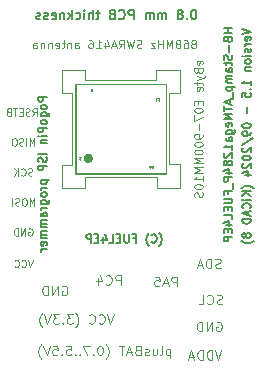
<source format=gbr>
%TF.GenerationSoftware,KiCad,Pcbnew,8.0.5-8.0.5-0~ubuntu22.04.1*%
%TF.CreationDate,2024-09-29T10:20:33+02:00*%
%TF.ProjectId,HB_Stamp_ATMega1284P_FUEL4EP,48425f53-7461-46d7-905f-41544d656761,1.5*%
%TF.SameCoordinates,Original*%
%TF.FileFunction,Legend,Bot*%
%TF.FilePolarity,Positive*%
%FSLAX46Y46*%
G04 Gerber Fmt 4.6, Leading zero omitted, Abs format (unit mm)*
G04 Created by KiCad (PCBNEW 8.0.5-8.0.5-0~ubuntu22.04.1) date 2024-09-29 10:20:33*
%MOMM*%
%LPD*%
G01*
G04 APERTURE LIST*
G04 Aperture macros list*
%AMFreePoly0*
4,1,48,0.039158,0.847433,0.114805,0.827164,0.182628,0.788006,0.238006,0.732628,0.277164,0.664805,0.297433,0.589158,0.300000,0.550000,0.300000,-0.550000,0.297433,-0.589158,0.277164,-0.664805,0.238006,-0.732628,0.182628,-0.788006,0.114805,-0.827164,0.039158,-0.847433,0.000000,-0.850000,-1.100000,-0.850000,-1.139158,-0.847433,-1.214805,-0.827164,-1.282628,-0.788006,-1.338006,-0.732628,
-1.377164,-0.664805,-1.397433,-0.589158,-1.400000,-0.550000,-1.400000,0.000000,-0.705291,0.000000,-0.684486,-0.077646,-0.627646,-0.134486,-0.550000,-0.155291,-0.472354,-0.134486,-0.415514,-0.077646,-0.394709,0.000000,-0.415514,0.077645,-0.472354,0.134486,-0.550000,0.155291,-0.627645,0.134486,-0.684486,0.077645,-0.705291,0.000000,-1.400000,0.000000,-1.400000,0.550000,-1.397433,0.589158,
-1.377164,0.664805,-1.338006,0.732628,-1.282628,0.788006,-1.214805,0.827164,-1.139158,0.847433,-1.100000,0.850000,0.000000,0.850000,0.039158,0.847433,0.039158,0.847433,$1*%
%AMFreePoly1*
4,1,49,0.262664,1.358398,0.425000,1.286122,0.568761,1.181673,0.687664,1.049617,0.776514,0.895726,0.831425,0.726725,0.850000,0.550000,0.831425,0.373275,0.776514,0.204274,0.687664,0.050383,0.568761,-0.081673,0.425000,-0.186122,0.262664,-0.258398,0.088849,-0.295344,0.052363,-0.295344,0.052094,-0.295442,-0.052094,-0.295442,-0.052363,-0.295344,-0.088849,-0.295344,-0.262664,-0.258398,
-0.425000,-0.186122,-0.568761,-0.081673,-0.687664,0.050383,-0.776514,0.204274,-0.831425,0.373275,-0.850000,0.550000,-0.155291,0.550000,-0.134486,0.472354,-0.077646,0.415514,0.000000,0.394709,0.077646,0.415514,0.134486,0.472354,0.155291,0.550000,0.134486,0.627645,0.077646,0.684486,0.000000,0.705291,-0.077645,0.684486,-0.134486,0.627645,-0.155291,0.550000,-0.850000,0.550000,
-0.831425,0.726725,-0.776514,0.895726,-0.687664,1.049617,-0.568761,1.181673,-0.425000,1.286122,-0.262664,1.358398,-0.088849,1.395344,0.088849,1.395344,0.262664,1.358398,0.262664,1.358398,$1*%
G04 Aperture macros list end*
%ADD10C,0.150000*%
%ADD11C,0.100000*%
%ADD12C,0.050000*%
%ADD13C,0.120000*%
%ADD14C,0.127000*%
%ADD15C,0.400000*%
%ADD16R,1.700000X1.700000*%
%ADD17O,1.700000X1.700000*%
%ADD18R,1.500000X0.800000*%
%ADD19R,0.800000X1.500000*%
%ADD20C,0.600000*%
%ADD21FreePoly0,0.000000*%
%ADD22FreePoly1,0.000000*%
G04 APERTURE END LIST*
D10*
X20317033Y29679649D02*
X21017033Y29446316D01*
X21017033Y29446316D02*
X20317033Y29212982D01*
X20983700Y28712982D02*
X21017033Y28779649D01*
X21017033Y28779649D02*
X21017033Y28912982D01*
X21017033Y28912982D02*
X20983700Y28979649D01*
X20983700Y28979649D02*
X20917033Y29012982D01*
X20917033Y29012982D02*
X20650366Y29012982D01*
X20650366Y29012982D02*
X20583700Y28979649D01*
X20583700Y28979649D02*
X20550366Y28912982D01*
X20550366Y28912982D02*
X20550366Y28779649D01*
X20550366Y28779649D02*
X20583700Y28712982D01*
X20583700Y28712982D02*
X20650366Y28679649D01*
X20650366Y28679649D02*
X20717033Y28679649D01*
X20717033Y28679649D02*
X20783700Y29012982D01*
X21017033Y28379649D02*
X20550366Y28379649D01*
X20683700Y28379649D02*
X20617033Y28346316D01*
X20617033Y28346316D02*
X20583700Y28312982D01*
X20583700Y28312982D02*
X20550366Y28246316D01*
X20550366Y28246316D02*
X20550366Y28179649D01*
X20983700Y27979649D02*
X21017033Y27912983D01*
X21017033Y27912983D02*
X21017033Y27779649D01*
X21017033Y27779649D02*
X20983700Y27712983D01*
X20983700Y27712983D02*
X20917033Y27679649D01*
X20917033Y27679649D02*
X20883700Y27679649D01*
X20883700Y27679649D02*
X20817033Y27712983D01*
X20817033Y27712983D02*
X20783700Y27779649D01*
X20783700Y27779649D02*
X20783700Y27879649D01*
X20783700Y27879649D02*
X20750366Y27946316D01*
X20750366Y27946316D02*
X20683700Y27979649D01*
X20683700Y27979649D02*
X20650366Y27979649D01*
X20650366Y27979649D02*
X20583700Y27946316D01*
X20583700Y27946316D02*
X20550366Y27879649D01*
X20550366Y27879649D02*
X20550366Y27779649D01*
X20550366Y27779649D02*
X20583700Y27712983D01*
X21017033Y27379649D02*
X20550366Y27379649D01*
X20317033Y27379649D02*
X20350366Y27412982D01*
X20350366Y27412982D02*
X20383700Y27379649D01*
X20383700Y27379649D02*
X20350366Y27346316D01*
X20350366Y27346316D02*
X20317033Y27379649D01*
X20317033Y27379649D02*
X20383700Y27379649D01*
X21017033Y26946316D02*
X20983700Y27012983D01*
X20983700Y27012983D02*
X20950366Y27046316D01*
X20950366Y27046316D02*
X20883700Y27079649D01*
X20883700Y27079649D02*
X20683700Y27079649D01*
X20683700Y27079649D02*
X20617033Y27046316D01*
X20617033Y27046316D02*
X20583700Y27012983D01*
X20583700Y27012983D02*
X20550366Y26946316D01*
X20550366Y26946316D02*
X20550366Y26846316D01*
X20550366Y26846316D02*
X20583700Y26779649D01*
X20583700Y26779649D02*
X20617033Y26746316D01*
X20617033Y26746316D02*
X20683700Y26712983D01*
X20683700Y26712983D02*
X20883700Y26712983D01*
X20883700Y26712983D02*
X20950366Y26746316D01*
X20950366Y26746316D02*
X20983700Y26779649D01*
X20983700Y26779649D02*
X21017033Y26846316D01*
X21017033Y26846316D02*
X21017033Y26946316D01*
X20550366Y26412983D02*
X21017033Y26412983D01*
X20617033Y26412983D02*
X20583700Y26379650D01*
X20583700Y26379650D02*
X20550366Y26312983D01*
X20550366Y26312983D02*
X20550366Y26212983D01*
X20550366Y26212983D02*
X20583700Y26146316D01*
X20583700Y26146316D02*
X20650366Y26112983D01*
X20650366Y26112983D02*
X21017033Y26112983D01*
X21017033Y24879650D02*
X21017033Y25279650D01*
X21017033Y25079650D02*
X20317033Y25079650D01*
X20317033Y25079650D02*
X20417033Y25146317D01*
X20417033Y25146317D02*
X20483700Y25212984D01*
X20483700Y25212984D02*
X20517033Y25279650D01*
X20950366Y24579650D02*
X20983700Y24546317D01*
X20983700Y24546317D02*
X21017033Y24579650D01*
X21017033Y24579650D02*
X20983700Y24612983D01*
X20983700Y24612983D02*
X20950366Y24579650D01*
X20950366Y24579650D02*
X21017033Y24579650D01*
X20317033Y23912984D02*
X20317033Y24246317D01*
X20317033Y24246317D02*
X20650366Y24279650D01*
X20650366Y24279650D02*
X20617033Y24246317D01*
X20617033Y24246317D02*
X20583700Y24179650D01*
X20583700Y24179650D02*
X20583700Y24012984D01*
X20583700Y24012984D02*
X20617033Y23946317D01*
X20617033Y23946317D02*
X20650366Y23912984D01*
X20650366Y23912984D02*
X20717033Y23879650D01*
X20717033Y23879650D02*
X20883700Y23879650D01*
X20883700Y23879650D02*
X20950366Y23912984D01*
X20950366Y23912984D02*
X20983700Y23946317D01*
X20983700Y23946317D02*
X21017033Y24012984D01*
X21017033Y24012984D02*
X21017033Y24179650D01*
X21017033Y24179650D02*
X20983700Y24246317D01*
X20983700Y24246317D02*
X20950366Y24279650D01*
X20750366Y23046317D02*
X20750366Y22512984D01*
X20317033Y21512984D02*
X20317033Y21446317D01*
X20317033Y21446317D02*
X20350366Y21379650D01*
X20350366Y21379650D02*
X20383700Y21346317D01*
X20383700Y21346317D02*
X20450366Y21312984D01*
X20450366Y21312984D02*
X20583700Y21279650D01*
X20583700Y21279650D02*
X20750366Y21279650D01*
X20750366Y21279650D02*
X20883700Y21312984D01*
X20883700Y21312984D02*
X20950366Y21346317D01*
X20950366Y21346317D02*
X20983700Y21379650D01*
X20983700Y21379650D02*
X21017033Y21446317D01*
X21017033Y21446317D02*
X21017033Y21512984D01*
X21017033Y21512984D02*
X20983700Y21579650D01*
X20983700Y21579650D02*
X20950366Y21612984D01*
X20950366Y21612984D02*
X20883700Y21646317D01*
X20883700Y21646317D02*
X20750366Y21679650D01*
X20750366Y21679650D02*
X20583700Y21679650D01*
X20583700Y21679650D02*
X20450366Y21646317D01*
X20450366Y21646317D02*
X20383700Y21612984D01*
X20383700Y21612984D02*
X20350366Y21579650D01*
X20350366Y21579650D02*
X20317033Y21512984D01*
X21017033Y20946317D02*
X21017033Y20812983D01*
X21017033Y20812983D02*
X20983700Y20746317D01*
X20983700Y20746317D02*
X20950366Y20712983D01*
X20950366Y20712983D02*
X20850366Y20646317D01*
X20850366Y20646317D02*
X20717033Y20612983D01*
X20717033Y20612983D02*
X20450366Y20612983D01*
X20450366Y20612983D02*
X20383700Y20646317D01*
X20383700Y20646317D02*
X20350366Y20679650D01*
X20350366Y20679650D02*
X20317033Y20746317D01*
X20317033Y20746317D02*
X20317033Y20879650D01*
X20317033Y20879650D02*
X20350366Y20946317D01*
X20350366Y20946317D02*
X20383700Y20979650D01*
X20383700Y20979650D02*
X20450366Y21012983D01*
X20450366Y21012983D02*
X20617033Y21012983D01*
X20617033Y21012983D02*
X20683700Y20979650D01*
X20683700Y20979650D02*
X20717033Y20946317D01*
X20717033Y20946317D02*
X20750366Y20879650D01*
X20750366Y20879650D02*
X20750366Y20746317D01*
X20750366Y20746317D02*
X20717033Y20679650D01*
X20717033Y20679650D02*
X20683700Y20646317D01*
X20683700Y20646317D02*
X20617033Y20612983D01*
X20283700Y19812983D02*
X21183700Y20412983D01*
X20383700Y19612983D02*
X20350366Y19579650D01*
X20350366Y19579650D02*
X20317033Y19512983D01*
X20317033Y19512983D02*
X20317033Y19346317D01*
X20317033Y19346317D02*
X20350366Y19279650D01*
X20350366Y19279650D02*
X20383700Y19246317D01*
X20383700Y19246317D02*
X20450366Y19212983D01*
X20450366Y19212983D02*
X20517033Y19212983D01*
X20517033Y19212983D02*
X20617033Y19246317D01*
X20617033Y19246317D02*
X21017033Y19646317D01*
X21017033Y19646317D02*
X21017033Y19212983D01*
X20317033Y18779650D02*
X20317033Y18712983D01*
X20317033Y18712983D02*
X20350366Y18646316D01*
X20350366Y18646316D02*
X20383700Y18612983D01*
X20383700Y18612983D02*
X20450366Y18579650D01*
X20450366Y18579650D02*
X20583700Y18546316D01*
X20583700Y18546316D02*
X20750366Y18546316D01*
X20750366Y18546316D02*
X20883700Y18579650D01*
X20883700Y18579650D02*
X20950366Y18612983D01*
X20950366Y18612983D02*
X20983700Y18646316D01*
X20983700Y18646316D02*
X21017033Y18712983D01*
X21017033Y18712983D02*
X21017033Y18779650D01*
X21017033Y18779650D02*
X20983700Y18846316D01*
X20983700Y18846316D02*
X20950366Y18879650D01*
X20950366Y18879650D02*
X20883700Y18912983D01*
X20883700Y18912983D02*
X20750366Y18946316D01*
X20750366Y18946316D02*
X20583700Y18946316D01*
X20583700Y18946316D02*
X20450366Y18912983D01*
X20450366Y18912983D02*
X20383700Y18879650D01*
X20383700Y18879650D02*
X20350366Y18846316D01*
X20350366Y18846316D02*
X20317033Y18779650D01*
X20383700Y18279649D02*
X20350366Y18246316D01*
X20350366Y18246316D02*
X20317033Y18179649D01*
X20317033Y18179649D02*
X20317033Y18012983D01*
X20317033Y18012983D02*
X20350366Y17946316D01*
X20350366Y17946316D02*
X20383700Y17912983D01*
X20383700Y17912983D02*
X20450366Y17879649D01*
X20450366Y17879649D02*
X20517033Y17879649D01*
X20517033Y17879649D02*
X20617033Y17912983D01*
X20617033Y17912983D02*
X21017033Y18312983D01*
X21017033Y18312983D02*
X21017033Y17879649D01*
X20550366Y17279649D02*
X21017033Y17279649D01*
X20283700Y17446316D02*
X20783700Y17612982D01*
X20783700Y17612982D02*
X20783700Y17179649D01*
X21283700Y16179649D02*
X21250366Y16212982D01*
X21250366Y16212982D02*
X21150366Y16279649D01*
X21150366Y16279649D02*
X21083700Y16312982D01*
X21083700Y16312982D02*
X20983700Y16346316D01*
X20983700Y16346316D02*
X20817033Y16379649D01*
X20817033Y16379649D02*
X20683700Y16379649D01*
X20683700Y16379649D02*
X20517033Y16346316D01*
X20517033Y16346316D02*
X20417033Y16312982D01*
X20417033Y16312982D02*
X20350366Y16279649D01*
X20350366Y16279649D02*
X20250366Y16212982D01*
X20250366Y16212982D02*
X20217033Y16179649D01*
X21017033Y15912982D02*
X20317033Y15912982D01*
X21017033Y15512982D02*
X20617033Y15812982D01*
X20317033Y15512982D02*
X20717033Y15912982D01*
X21017033Y15212982D02*
X20550366Y15212982D01*
X20317033Y15212982D02*
X20350366Y15246315D01*
X20350366Y15246315D02*
X20383700Y15212982D01*
X20383700Y15212982D02*
X20350366Y15179649D01*
X20350366Y15179649D02*
X20317033Y15212982D01*
X20317033Y15212982D02*
X20383700Y15212982D01*
X20950366Y14479649D02*
X20983700Y14512982D01*
X20983700Y14512982D02*
X21017033Y14612982D01*
X21017033Y14612982D02*
X21017033Y14679649D01*
X21017033Y14679649D02*
X20983700Y14779649D01*
X20983700Y14779649D02*
X20917033Y14846316D01*
X20917033Y14846316D02*
X20850366Y14879649D01*
X20850366Y14879649D02*
X20717033Y14912982D01*
X20717033Y14912982D02*
X20617033Y14912982D01*
X20617033Y14912982D02*
X20483700Y14879649D01*
X20483700Y14879649D02*
X20417033Y14846316D01*
X20417033Y14846316D02*
X20350366Y14779649D01*
X20350366Y14779649D02*
X20317033Y14679649D01*
X20317033Y14679649D02*
X20317033Y14612982D01*
X20317033Y14612982D02*
X20350366Y14512982D01*
X20350366Y14512982D02*
X20383700Y14479649D01*
X20817033Y14212982D02*
X20817033Y13879649D01*
X21017033Y14279649D02*
X20317033Y14046316D01*
X20317033Y14046316D02*
X21017033Y13812982D01*
X21017033Y13579649D02*
X20317033Y13579649D01*
X20317033Y13579649D02*
X20317033Y13412982D01*
X20317033Y13412982D02*
X20350366Y13312982D01*
X20350366Y13312982D02*
X20417033Y13246316D01*
X20417033Y13246316D02*
X20483700Y13212982D01*
X20483700Y13212982D02*
X20617033Y13179649D01*
X20617033Y13179649D02*
X20717033Y13179649D01*
X20717033Y13179649D02*
X20850366Y13212982D01*
X20850366Y13212982D02*
X20917033Y13246316D01*
X20917033Y13246316D02*
X20983700Y13312982D01*
X20983700Y13312982D02*
X21017033Y13412982D01*
X21017033Y13412982D02*
X21017033Y13579649D01*
X20617033Y12246316D02*
X20583700Y12312983D01*
X20583700Y12312983D02*
X20550366Y12346316D01*
X20550366Y12346316D02*
X20483700Y12379649D01*
X20483700Y12379649D02*
X20450366Y12379649D01*
X20450366Y12379649D02*
X20383700Y12346316D01*
X20383700Y12346316D02*
X20350366Y12312983D01*
X20350366Y12312983D02*
X20317033Y12246316D01*
X20317033Y12246316D02*
X20317033Y12112983D01*
X20317033Y12112983D02*
X20350366Y12046316D01*
X20350366Y12046316D02*
X20383700Y12012983D01*
X20383700Y12012983D02*
X20450366Y11979649D01*
X20450366Y11979649D02*
X20483700Y11979649D01*
X20483700Y11979649D02*
X20550366Y12012983D01*
X20550366Y12012983D02*
X20583700Y12046316D01*
X20583700Y12046316D02*
X20617033Y12112983D01*
X20617033Y12112983D02*
X20617033Y12246316D01*
X20617033Y12246316D02*
X20650366Y12312983D01*
X20650366Y12312983D02*
X20683700Y12346316D01*
X20683700Y12346316D02*
X20750366Y12379649D01*
X20750366Y12379649D02*
X20883700Y12379649D01*
X20883700Y12379649D02*
X20950366Y12346316D01*
X20950366Y12346316D02*
X20983700Y12312983D01*
X20983700Y12312983D02*
X21017033Y12246316D01*
X21017033Y12246316D02*
X21017033Y12112983D01*
X21017033Y12112983D02*
X20983700Y12046316D01*
X20983700Y12046316D02*
X20950366Y12012983D01*
X20950366Y12012983D02*
X20883700Y11979649D01*
X20883700Y11979649D02*
X20750366Y11979649D01*
X20750366Y11979649D02*
X20683700Y12012983D01*
X20683700Y12012983D02*
X20650366Y12046316D01*
X20650366Y12046316D02*
X20617033Y12112983D01*
X21283700Y11746316D02*
X21250366Y11712982D01*
X21250366Y11712982D02*
X21150366Y11646316D01*
X21150366Y11646316D02*
X21083700Y11612982D01*
X21083700Y11612982D02*
X20983700Y11579649D01*
X20983700Y11579649D02*
X20817033Y11546316D01*
X20817033Y11546316D02*
X20683700Y11546316D01*
X20683700Y11546316D02*
X20517033Y11579649D01*
X20517033Y11579649D02*
X20417033Y11612982D01*
X20417033Y11612982D02*
X20350366Y11646316D01*
X20350366Y11646316D02*
X20250366Y11712982D01*
X20250366Y11712982D02*
X20217033Y11746316D01*
D11*
X9422999Y5515104D02*
X9156332Y4715104D01*
X9156332Y4715104D02*
X8889666Y5515104D01*
X8165856Y4791295D02*
X8203952Y4753200D01*
X8203952Y4753200D02*
X8318237Y4715104D01*
X8318237Y4715104D02*
X8394428Y4715104D01*
X8394428Y4715104D02*
X8508714Y4753200D01*
X8508714Y4753200D02*
X8584904Y4829390D01*
X8584904Y4829390D02*
X8622999Y4905580D01*
X8622999Y4905580D02*
X8661095Y5057961D01*
X8661095Y5057961D02*
X8661095Y5172247D01*
X8661095Y5172247D02*
X8622999Y5324628D01*
X8622999Y5324628D02*
X8584904Y5400819D01*
X8584904Y5400819D02*
X8508714Y5477009D01*
X8508714Y5477009D02*
X8394428Y5515104D01*
X8394428Y5515104D02*
X8318237Y5515104D01*
X8318237Y5515104D02*
X8203952Y5477009D01*
X8203952Y5477009D02*
X8165856Y5438914D01*
X7365856Y4791295D02*
X7403952Y4753200D01*
X7403952Y4753200D02*
X7518237Y4715104D01*
X7518237Y4715104D02*
X7594428Y4715104D01*
X7594428Y4715104D02*
X7708714Y4753200D01*
X7708714Y4753200D02*
X7784904Y4829390D01*
X7784904Y4829390D02*
X7822999Y4905580D01*
X7822999Y4905580D02*
X7861095Y5057961D01*
X7861095Y5057961D02*
X7861095Y5172247D01*
X7861095Y5172247D02*
X7822999Y5324628D01*
X7822999Y5324628D02*
X7784904Y5400819D01*
X7784904Y5400819D02*
X7708714Y5477009D01*
X7708714Y5477009D02*
X7594428Y5515104D01*
X7594428Y5515104D02*
X7518237Y5515104D01*
X7518237Y5515104D02*
X7403952Y5477009D01*
X7403952Y5477009D02*
X7365856Y5438914D01*
X6184904Y4410342D02*
X6222999Y4448438D01*
X6222999Y4448438D02*
X6299190Y4562723D01*
X6299190Y4562723D02*
X6337285Y4638914D01*
X6337285Y4638914D02*
X6375380Y4753200D01*
X6375380Y4753200D02*
X6413475Y4943676D01*
X6413475Y4943676D02*
X6413475Y5096057D01*
X6413475Y5096057D02*
X6375380Y5286533D01*
X6375380Y5286533D02*
X6337285Y5400819D01*
X6337285Y5400819D02*
X6299190Y5477009D01*
X6299190Y5477009D02*
X6222999Y5591295D01*
X6222999Y5591295D02*
X6184904Y5629390D01*
X5956333Y5515104D02*
X5461095Y5515104D01*
X5461095Y5515104D02*
X5727761Y5210342D01*
X5727761Y5210342D02*
X5613476Y5210342D01*
X5613476Y5210342D02*
X5537285Y5172247D01*
X5537285Y5172247D02*
X5499190Y5134152D01*
X5499190Y5134152D02*
X5461095Y5057961D01*
X5461095Y5057961D02*
X5461095Y4867485D01*
X5461095Y4867485D02*
X5499190Y4791295D01*
X5499190Y4791295D02*
X5537285Y4753200D01*
X5537285Y4753200D02*
X5613476Y4715104D01*
X5613476Y4715104D02*
X5842047Y4715104D01*
X5842047Y4715104D02*
X5918238Y4753200D01*
X5918238Y4753200D02*
X5956333Y4791295D01*
X5118237Y4791295D02*
X5080142Y4753200D01*
X5080142Y4753200D02*
X5118237Y4715104D01*
X5118237Y4715104D02*
X5156333Y4753200D01*
X5156333Y4753200D02*
X5118237Y4791295D01*
X5118237Y4791295D02*
X5118237Y4715104D01*
X4813476Y5515104D02*
X4318238Y5515104D01*
X4318238Y5515104D02*
X4584904Y5210342D01*
X4584904Y5210342D02*
X4470619Y5210342D01*
X4470619Y5210342D02*
X4394428Y5172247D01*
X4394428Y5172247D02*
X4356333Y5134152D01*
X4356333Y5134152D02*
X4318238Y5057961D01*
X4318238Y5057961D02*
X4318238Y4867485D01*
X4318238Y4867485D02*
X4356333Y4791295D01*
X4356333Y4791295D02*
X4394428Y4753200D01*
X4394428Y4753200D02*
X4470619Y4715104D01*
X4470619Y4715104D02*
X4699190Y4715104D01*
X4699190Y4715104D02*
X4775381Y4753200D01*
X4775381Y4753200D02*
X4813476Y4791295D01*
X4089666Y5515104D02*
X3822999Y4715104D01*
X3822999Y4715104D02*
X3556333Y5515104D01*
X3365857Y4410342D02*
X3327762Y4448438D01*
X3327762Y4448438D02*
X3251571Y4562723D01*
X3251571Y4562723D02*
X3213476Y4638914D01*
X3213476Y4638914D02*
X3175381Y4753200D01*
X3175381Y4753200D02*
X3137285Y4943676D01*
X3137285Y4943676D02*
X3137285Y5096057D01*
X3137285Y5096057D02*
X3175381Y5286533D01*
X3175381Y5286533D02*
X3213476Y5400819D01*
X3213476Y5400819D02*
X3251571Y5477009D01*
X3251571Y5477009D02*
X3327762Y5591295D01*
X3327762Y5591295D02*
X3365857Y5629390D01*
X2578000Y10106628D02*
X2378000Y9506628D01*
X2378000Y9506628D02*
X2178000Y10106628D01*
X1635142Y9563771D02*
X1663714Y9535200D01*
X1663714Y9535200D02*
X1749428Y9506628D01*
X1749428Y9506628D02*
X1806571Y9506628D01*
X1806571Y9506628D02*
X1892285Y9535200D01*
X1892285Y9535200D02*
X1949428Y9592342D01*
X1949428Y9592342D02*
X1977999Y9649485D01*
X1977999Y9649485D02*
X2006571Y9763771D01*
X2006571Y9763771D02*
X2006571Y9849485D01*
X2006571Y9849485D02*
X1977999Y9963771D01*
X1977999Y9963771D02*
X1949428Y10020914D01*
X1949428Y10020914D02*
X1892285Y10078057D01*
X1892285Y10078057D02*
X1806571Y10106628D01*
X1806571Y10106628D02*
X1749428Y10106628D01*
X1749428Y10106628D02*
X1663714Y10078057D01*
X1663714Y10078057D02*
X1635142Y10049485D01*
X1035142Y9563771D02*
X1063714Y9535200D01*
X1063714Y9535200D02*
X1149428Y9506628D01*
X1149428Y9506628D02*
X1206571Y9506628D01*
X1206571Y9506628D02*
X1292285Y9535200D01*
X1292285Y9535200D02*
X1349428Y9592342D01*
X1349428Y9592342D02*
X1377999Y9649485D01*
X1377999Y9649485D02*
X1406571Y9763771D01*
X1406571Y9763771D02*
X1406571Y9849485D01*
X1406571Y9849485D02*
X1377999Y9963771D01*
X1377999Y9963771D02*
X1349428Y10020914D01*
X1349428Y10020914D02*
X1292285Y10078057D01*
X1292285Y10078057D02*
X1206571Y10106628D01*
X1206571Y10106628D02*
X1149428Y10106628D01*
X1149428Y10106628D02*
X1063714Y10078057D01*
X1063714Y10078057D02*
X1035142Y10049485D01*
D10*
X19437553Y29706649D02*
X18737553Y29706649D01*
X19070886Y29706649D02*
X19070886Y29306649D01*
X19437553Y29306649D02*
X18737553Y29306649D01*
X19070886Y28739983D02*
X19104220Y28639983D01*
X19104220Y28639983D02*
X19137553Y28606649D01*
X19137553Y28606649D02*
X19204220Y28573316D01*
X19204220Y28573316D02*
X19304220Y28573316D01*
X19304220Y28573316D02*
X19370886Y28606649D01*
X19370886Y28606649D02*
X19404220Y28639983D01*
X19404220Y28639983D02*
X19437553Y28706649D01*
X19437553Y28706649D02*
X19437553Y28973316D01*
X19437553Y28973316D02*
X18737553Y28973316D01*
X18737553Y28973316D02*
X18737553Y28739983D01*
X18737553Y28739983D02*
X18770886Y28673316D01*
X18770886Y28673316D02*
X18804220Y28639983D01*
X18804220Y28639983D02*
X18870886Y28606649D01*
X18870886Y28606649D02*
X18937553Y28606649D01*
X18937553Y28606649D02*
X19004220Y28639983D01*
X19004220Y28639983D02*
X19037553Y28673316D01*
X19037553Y28673316D02*
X19070886Y28739983D01*
X19070886Y28739983D02*
X19070886Y28973316D01*
X19170886Y28273316D02*
X19170886Y27739983D01*
X19404220Y27439982D02*
X19437553Y27339982D01*
X19437553Y27339982D02*
X19437553Y27173316D01*
X19437553Y27173316D02*
X19404220Y27106649D01*
X19404220Y27106649D02*
X19370886Y27073316D01*
X19370886Y27073316D02*
X19304220Y27039982D01*
X19304220Y27039982D02*
X19237553Y27039982D01*
X19237553Y27039982D02*
X19170886Y27073316D01*
X19170886Y27073316D02*
X19137553Y27106649D01*
X19137553Y27106649D02*
X19104220Y27173316D01*
X19104220Y27173316D02*
X19070886Y27306649D01*
X19070886Y27306649D02*
X19037553Y27373316D01*
X19037553Y27373316D02*
X19004220Y27406649D01*
X19004220Y27406649D02*
X18937553Y27439982D01*
X18937553Y27439982D02*
X18870886Y27439982D01*
X18870886Y27439982D02*
X18804220Y27406649D01*
X18804220Y27406649D02*
X18770886Y27373316D01*
X18770886Y27373316D02*
X18737553Y27306649D01*
X18737553Y27306649D02*
X18737553Y27139982D01*
X18737553Y27139982D02*
X18770886Y27039982D01*
X18970886Y26839982D02*
X18970886Y26573315D01*
X18737553Y26739982D02*
X19337553Y26739982D01*
X19337553Y26739982D02*
X19404220Y26706649D01*
X19404220Y26706649D02*
X19437553Y26639982D01*
X19437553Y26639982D02*
X19437553Y26573315D01*
X19437553Y26039982D02*
X19070886Y26039982D01*
X19070886Y26039982D02*
X19004220Y26073315D01*
X19004220Y26073315D02*
X18970886Y26139982D01*
X18970886Y26139982D02*
X18970886Y26273315D01*
X18970886Y26273315D02*
X19004220Y26339982D01*
X19404220Y26039982D02*
X19437553Y26106649D01*
X19437553Y26106649D02*
X19437553Y26273315D01*
X19437553Y26273315D02*
X19404220Y26339982D01*
X19404220Y26339982D02*
X19337553Y26373315D01*
X19337553Y26373315D02*
X19270886Y26373315D01*
X19270886Y26373315D02*
X19204220Y26339982D01*
X19204220Y26339982D02*
X19170886Y26273315D01*
X19170886Y26273315D02*
X19170886Y26106649D01*
X19170886Y26106649D02*
X19137553Y26039982D01*
X19437553Y25706649D02*
X18970886Y25706649D01*
X19037553Y25706649D02*
X19004220Y25673316D01*
X19004220Y25673316D02*
X18970886Y25606649D01*
X18970886Y25606649D02*
X18970886Y25506649D01*
X18970886Y25506649D02*
X19004220Y25439982D01*
X19004220Y25439982D02*
X19070886Y25406649D01*
X19070886Y25406649D02*
X19437553Y25406649D01*
X19070886Y25406649D02*
X19004220Y25373316D01*
X19004220Y25373316D02*
X18970886Y25306649D01*
X18970886Y25306649D02*
X18970886Y25206649D01*
X18970886Y25206649D02*
X19004220Y25139982D01*
X19004220Y25139982D02*
X19070886Y25106649D01*
X19070886Y25106649D02*
X19437553Y25106649D01*
X18970886Y24773316D02*
X19670886Y24773316D01*
X19004220Y24773316D02*
X18970886Y24706649D01*
X18970886Y24706649D02*
X18970886Y24573316D01*
X18970886Y24573316D02*
X19004220Y24506649D01*
X19004220Y24506649D02*
X19037553Y24473316D01*
X19037553Y24473316D02*
X19104220Y24439983D01*
X19104220Y24439983D02*
X19304220Y24439983D01*
X19304220Y24439983D02*
X19370886Y24473316D01*
X19370886Y24473316D02*
X19404220Y24506649D01*
X19404220Y24506649D02*
X19437553Y24573316D01*
X19437553Y24573316D02*
X19437553Y24706649D01*
X19437553Y24706649D02*
X19404220Y24773316D01*
X19504220Y24306650D02*
X19504220Y23773316D01*
X19237553Y23639983D02*
X19237553Y23306650D01*
X19437553Y23706650D02*
X18737553Y23473317D01*
X18737553Y23473317D02*
X19437553Y23239983D01*
X18737553Y23106650D02*
X18737553Y22706650D01*
X19437553Y22906650D02*
X18737553Y22906650D01*
X19437553Y22473317D02*
X18737553Y22473317D01*
X18737553Y22473317D02*
X19237553Y22239984D01*
X19237553Y22239984D02*
X18737553Y22006650D01*
X18737553Y22006650D02*
X19437553Y22006650D01*
X19404220Y21406650D02*
X19437553Y21473317D01*
X19437553Y21473317D02*
X19437553Y21606650D01*
X19437553Y21606650D02*
X19404220Y21673317D01*
X19404220Y21673317D02*
X19337553Y21706650D01*
X19337553Y21706650D02*
X19070886Y21706650D01*
X19070886Y21706650D02*
X19004220Y21673317D01*
X19004220Y21673317D02*
X18970886Y21606650D01*
X18970886Y21606650D02*
X18970886Y21473317D01*
X18970886Y21473317D02*
X19004220Y21406650D01*
X19004220Y21406650D02*
X19070886Y21373317D01*
X19070886Y21373317D02*
X19137553Y21373317D01*
X19137553Y21373317D02*
X19204220Y21706650D01*
X18970886Y20773317D02*
X19537553Y20773317D01*
X19537553Y20773317D02*
X19604220Y20806650D01*
X19604220Y20806650D02*
X19637553Y20839984D01*
X19637553Y20839984D02*
X19670886Y20906650D01*
X19670886Y20906650D02*
X19670886Y21006650D01*
X19670886Y21006650D02*
X19637553Y21073317D01*
X19404220Y20773317D02*
X19437553Y20839984D01*
X19437553Y20839984D02*
X19437553Y20973317D01*
X19437553Y20973317D02*
X19404220Y21039984D01*
X19404220Y21039984D02*
X19370886Y21073317D01*
X19370886Y21073317D02*
X19304220Y21106650D01*
X19304220Y21106650D02*
X19104220Y21106650D01*
X19104220Y21106650D02*
X19037553Y21073317D01*
X19037553Y21073317D02*
X19004220Y21039984D01*
X19004220Y21039984D02*
X18970886Y20973317D01*
X18970886Y20973317D02*
X18970886Y20839984D01*
X18970886Y20839984D02*
X19004220Y20773317D01*
X19437553Y20139984D02*
X19070886Y20139984D01*
X19070886Y20139984D02*
X19004220Y20173317D01*
X19004220Y20173317D02*
X18970886Y20239984D01*
X18970886Y20239984D02*
X18970886Y20373317D01*
X18970886Y20373317D02*
X19004220Y20439984D01*
X19404220Y20139984D02*
X19437553Y20206651D01*
X19437553Y20206651D02*
X19437553Y20373317D01*
X19437553Y20373317D02*
X19404220Y20439984D01*
X19404220Y20439984D02*
X19337553Y20473317D01*
X19337553Y20473317D02*
X19270886Y20473317D01*
X19270886Y20473317D02*
X19204220Y20439984D01*
X19204220Y20439984D02*
X19170886Y20373317D01*
X19170886Y20373317D02*
X19170886Y20206651D01*
X19170886Y20206651D02*
X19137553Y20139984D01*
X19437553Y19439984D02*
X19437553Y19839984D01*
X19437553Y19639984D02*
X18737553Y19639984D01*
X18737553Y19639984D02*
X18837553Y19706651D01*
X18837553Y19706651D02*
X18904220Y19773318D01*
X18904220Y19773318D02*
X18937553Y19839984D01*
X18804220Y19173317D02*
X18770886Y19139984D01*
X18770886Y19139984D02*
X18737553Y19073317D01*
X18737553Y19073317D02*
X18737553Y18906651D01*
X18737553Y18906651D02*
X18770886Y18839984D01*
X18770886Y18839984D02*
X18804220Y18806651D01*
X18804220Y18806651D02*
X18870886Y18773317D01*
X18870886Y18773317D02*
X18937553Y18773317D01*
X18937553Y18773317D02*
X19037553Y18806651D01*
X19037553Y18806651D02*
X19437553Y19206651D01*
X19437553Y19206651D02*
X19437553Y18773317D01*
X19037553Y18373317D02*
X19004220Y18439984D01*
X19004220Y18439984D02*
X18970886Y18473317D01*
X18970886Y18473317D02*
X18904220Y18506650D01*
X18904220Y18506650D02*
X18870886Y18506650D01*
X18870886Y18506650D02*
X18804220Y18473317D01*
X18804220Y18473317D02*
X18770886Y18439984D01*
X18770886Y18439984D02*
X18737553Y18373317D01*
X18737553Y18373317D02*
X18737553Y18239984D01*
X18737553Y18239984D02*
X18770886Y18173317D01*
X18770886Y18173317D02*
X18804220Y18139984D01*
X18804220Y18139984D02*
X18870886Y18106650D01*
X18870886Y18106650D02*
X18904220Y18106650D01*
X18904220Y18106650D02*
X18970886Y18139984D01*
X18970886Y18139984D02*
X19004220Y18173317D01*
X19004220Y18173317D02*
X19037553Y18239984D01*
X19037553Y18239984D02*
X19037553Y18373317D01*
X19037553Y18373317D02*
X19070886Y18439984D01*
X19070886Y18439984D02*
X19104220Y18473317D01*
X19104220Y18473317D02*
X19170886Y18506650D01*
X19170886Y18506650D02*
X19304220Y18506650D01*
X19304220Y18506650D02*
X19370886Y18473317D01*
X19370886Y18473317D02*
X19404220Y18439984D01*
X19404220Y18439984D02*
X19437553Y18373317D01*
X19437553Y18373317D02*
X19437553Y18239984D01*
X19437553Y18239984D02*
X19404220Y18173317D01*
X19404220Y18173317D02*
X19370886Y18139984D01*
X19370886Y18139984D02*
X19304220Y18106650D01*
X19304220Y18106650D02*
X19170886Y18106650D01*
X19170886Y18106650D02*
X19104220Y18139984D01*
X19104220Y18139984D02*
X19070886Y18173317D01*
X19070886Y18173317D02*
X19037553Y18239984D01*
X18970886Y17506650D02*
X19437553Y17506650D01*
X18704220Y17673317D02*
X19204220Y17839983D01*
X19204220Y17839983D02*
X19204220Y17406650D01*
X19437553Y17139983D02*
X18737553Y17139983D01*
X18737553Y17139983D02*
X18737553Y16873316D01*
X18737553Y16873316D02*
X18770886Y16806650D01*
X18770886Y16806650D02*
X18804220Y16773316D01*
X18804220Y16773316D02*
X18870886Y16739983D01*
X18870886Y16739983D02*
X18970886Y16739983D01*
X18970886Y16739983D02*
X19037553Y16773316D01*
X19037553Y16773316D02*
X19070886Y16806650D01*
X19070886Y16806650D02*
X19104220Y16873316D01*
X19104220Y16873316D02*
X19104220Y17139983D01*
X19504220Y16606650D02*
X19504220Y16073316D01*
X19070886Y15673317D02*
X19070886Y15906650D01*
X19437553Y15906650D02*
X18737553Y15906650D01*
X18737553Y15906650D02*
X18737553Y15573317D01*
X18737553Y15306650D02*
X19304220Y15306650D01*
X19304220Y15306650D02*
X19370886Y15273317D01*
X19370886Y15273317D02*
X19404220Y15239983D01*
X19404220Y15239983D02*
X19437553Y15173317D01*
X19437553Y15173317D02*
X19437553Y15039983D01*
X19437553Y15039983D02*
X19404220Y14973317D01*
X19404220Y14973317D02*
X19370886Y14939983D01*
X19370886Y14939983D02*
X19304220Y14906650D01*
X19304220Y14906650D02*
X18737553Y14906650D01*
X19070886Y14573317D02*
X19070886Y14339984D01*
X19437553Y14239984D02*
X19437553Y14573317D01*
X19437553Y14573317D02*
X18737553Y14573317D01*
X18737553Y14573317D02*
X18737553Y14239984D01*
X19437553Y13606651D02*
X19437553Y13939984D01*
X19437553Y13939984D02*
X18737553Y13939984D01*
X18970886Y13073317D02*
X19437553Y13073317D01*
X18704220Y13239984D02*
X19204220Y13406650D01*
X19204220Y13406650D02*
X19204220Y12973317D01*
X19070886Y12706650D02*
X19070886Y12473317D01*
X19437553Y12373317D02*
X19437553Y12706650D01*
X19437553Y12706650D02*
X18737553Y12706650D01*
X18737553Y12706650D02*
X18737553Y12373317D01*
X19437553Y12073317D02*
X18737553Y12073317D01*
X18737553Y12073317D02*
X18737553Y11806650D01*
X18737553Y11806650D02*
X18770886Y11739984D01*
X18770886Y11739984D02*
X18804220Y11706650D01*
X18804220Y11706650D02*
X18870886Y11673317D01*
X18870886Y11673317D02*
X18970886Y11673317D01*
X18970886Y11673317D02*
X19037553Y11706650D01*
X19037553Y11706650D02*
X19070886Y11739984D01*
X19070886Y11739984D02*
X19104220Y11806650D01*
X19104220Y11806650D02*
X19104220Y12073317D01*
X13295733Y11304500D02*
X13329066Y11337833D01*
X13329066Y11337833D02*
X13395733Y11437833D01*
X13395733Y11437833D02*
X13429066Y11504500D01*
X13429066Y11504500D02*
X13462400Y11604500D01*
X13462400Y11604500D02*
X13495733Y11771166D01*
X13495733Y11771166D02*
X13495733Y11904500D01*
X13495733Y11904500D02*
X13462400Y12071166D01*
X13462400Y12071166D02*
X13429066Y12171166D01*
X13429066Y12171166D02*
X13395733Y12237833D01*
X13395733Y12237833D02*
X13329066Y12337833D01*
X13329066Y12337833D02*
X13295733Y12371166D01*
X12629066Y11637833D02*
X12662399Y11604500D01*
X12662399Y11604500D02*
X12762399Y11571166D01*
X12762399Y11571166D02*
X12829066Y11571166D01*
X12829066Y11571166D02*
X12929066Y11604500D01*
X12929066Y11604500D02*
X12995733Y11671166D01*
X12995733Y11671166D02*
X13029066Y11737833D01*
X13029066Y11737833D02*
X13062399Y11871166D01*
X13062399Y11871166D02*
X13062399Y11971166D01*
X13062399Y11971166D02*
X13029066Y12104500D01*
X13029066Y12104500D02*
X12995733Y12171166D01*
X12995733Y12171166D02*
X12929066Y12237833D01*
X12929066Y12237833D02*
X12829066Y12271166D01*
X12829066Y12271166D02*
X12762399Y12271166D01*
X12762399Y12271166D02*
X12662399Y12237833D01*
X12662399Y12237833D02*
X12629066Y12204500D01*
X12395733Y11304500D02*
X12362399Y11337833D01*
X12362399Y11337833D02*
X12295733Y11437833D01*
X12295733Y11437833D02*
X12262399Y11504500D01*
X12262399Y11504500D02*
X12229066Y11604500D01*
X12229066Y11604500D02*
X12195733Y11771166D01*
X12195733Y11771166D02*
X12195733Y11904500D01*
X12195733Y11904500D02*
X12229066Y12071166D01*
X12229066Y12071166D02*
X12262399Y12171166D01*
X12262399Y12171166D02*
X12295733Y12237833D01*
X12295733Y12237833D02*
X12362399Y12337833D01*
X12362399Y12337833D02*
X12395733Y12371166D01*
X11095733Y11937833D02*
X11329066Y11937833D01*
X11329066Y11571166D02*
X11329066Y12271166D01*
X11329066Y12271166D02*
X10995733Y12271166D01*
X10729066Y12271166D02*
X10729066Y11704500D01*
X10729066Y11704500D02*
X10695733Y11637833D01*
X10695733Y11637833D02*
X10662399Y11604500D01*
X10662399Y11604500D02*
X10595733Y11571166D01*
X10595733Y11571166D02*
X10462399Y11571166D01*
X10462399Y11571166D02*
X10395733Y11604500D01*
X10395733Y11604500D02*
X10362399Y11637833D01*
X10362399Y11637833D02*
X10329066Y11704500D01*
X10329066Y11704500D02*
X10329066Y12271166D01*
X9995733Y11937833D02*
X9762400Y11937833D01*
X9662400Y11571166D02*
X9995733Y11571166D01*
X9995733Y11571166D02*
X9995733Y12271166D01*
X9995733Y12271166D02*
X9662400Y12271166D01*
X9029067Y11571166D02*
X9362400Y11571166D01*
X9362400Y11571166D02*
X9362400Y12271166D01*
X8495733Y12037833D02*
X8495733Y11571166D01*
X8662400Y12304500D02*
X8829066Y11804500D01*
X8829066Y11804500D02*
X8395733Y11804500D01*
X8129066Y11937833D02*
X7895733Y11937833D01*
X7795733Y11571166D02*
X8129066Y11571166D01*
X8129066Y11571166D02*
X8129066Y12271166D01*
X8129066Y12271166D02*
X7795733Y12271166D01*
X7495733Y11571166D02*
X7495733Y12271166D01*
X7495733Y12271166D02*
X7229066Y12271166D01*
X7229066Y12271166D02*
X7162400Y12237833D01*
X7162400Y12237833D02*
X7129066Y12204500D01*
X7129066Y12204500D02*
X7095733Y12137833D01*
X7095733Y12137833D02*
X7095733Y12037833D01*
X7095733Y12037833D02*
X7129066Y11971166D01*
X7129066Y11971166D02*
X7162400Y11937833D01*
X7162400Y11937833D02*
X7229066Y11904500D01*
X7229066Y11904500D02*
X7495733Y11904500D01*
X16242476Y31298704D02*
X16166286Y31298704D01*
X16166286Y31298704D02*
X16090095Y31260609D01*
X16090095Y31260609D02*
X16052000Y31222514D01*
X16052000Y31222514D02*
X16013905Y31146323D01*
X16013905Y31146323D02*
X15975810Y30993942D01*
X15975810Y30993942D02*
X15975810Y30803466D01*
X15975810Y30803466D02*
X16013905Y30651085D01*
X16013905Y30651085D02*
X16052000Y30574895D01*
X16052000Y30574895D02*
X16090095Y30536800D01*
X16090095Y30536800D02*
X16166286Y30498704D01*
X16166286Y30498704D02*
X16242476Y30498704D01*
X16242476Y30498704D02*
X16318667Y30536800D01*
X16318667Y30536800D02*
X16356762Y30574895D01*
X16356762Y30574895D02*
X16394857Y30651085D01*
X16394857Y30651085D02*
X16432953Y30803466D01*
X16432953Y30803466D02*
X16432953Y30993942D01*
X16432953Y30993942D02*
X16394857Y31146323D01*
X16394857Y31146323D02*
X16356762Y31222514D01*
X16356762Y31222514D02*
X16318667Y31260609D01*
X16318667Y31260609D02*
X16242476Y31298704D01*
X15632952Y30574895D02*
X15594857Y30536800D01*
X15594857Y30536800D02*
X15632952Y30498704D01*
X15632952Y30498704D02*
X15671048Y30536800D01*
X15671048Y30536800D02*
X15632952Y30574895D01*
X15632952Y30574895D02*
X15632952Y30498704D01*
X15137715Y30955847D02*
X15213905Y30993942D01*
X15213905Y30993942D02*
X15252000Y31032038D01*
X15252000Y31032038D02*
X15290096Y31108228D01*
X15290096Y31108228D02*
X15290096Y31146323D01*
X15290096Y31146323D02*
X15252000Y31222514D01*
X15252000Y31222514D02*
X15213905Y31260609D01*
X15213905Y31260609D02*
X15137715Y31298704D01*
X15137715Y31298704D02*
X14985334Y31298704D01*
X14985334Y31298704D02*
X14909143Y31260609D01*
X14909143Y31260609D02*
X14871048Y31222514D01*
X14871048Y31222514D02*
X14832953Y31146323D01*
X14832953Y31146323D02*
X14832953Y31108228D01*
X14832953Y31108228D02*
X14871048Y31032038D01*
X14871048Y31032038D02*
X14909143Y30993942D01*
X14909143Y30993942D02*
X14985334Y30955847D01*
X14985334Y30955847D02*
X15137715Y30955847D01*
X15137715Y30955847D02*
X15213905Y30917752D01*
X15213905Y30917752D02*
X15252000Y30879657D01*
X15252000Y30879657D02*
X15290096Y30803466D01*
X15290096Y30803466D02*
X15290096Y30651085D01*
X15290096Y30651085D02*
X15252000Y30574895D01*
X15252000Y30574895D02*
X15213905Y30536800D01*
X15213905Y30536800D02*
X15137715Y30498704D01*
X15137715Y30498704D02*
X14985334Y30498704D01*
X14985334Y30498704D02*
X14909143Y30536800D01*
X14909143Y30536800D02*
X14871048Y30574895D01*
X14871048Y30574895D02*
X14832953Y30651085D01*
X14832953Y30651085D02*
X14832953Y30803466D01*
X14832953Y30803466D02*
X14871048Y30879657D01*
X14871048Y30879657D02*
X14909143Y30917752D01*
X14909143Y30917752D02*
X14985334Y30955847D01*
X13880571Y30498704D02*
X13880571Y31032038D01*
X13880571Y30955847D02*
X13842476Y30993942D01*
X13842476Y30993942D02*
X13766286Y31032038D01*
X13766286Y31032038D02*
X13652000Y31032038D01*
X13652000Y31032038D02*
X13575809Y30993942D01*
X13575809Y30993942D02*
X13537714Y30917752D01*
X13537714Y30917752D02*
X13537714Y30498704D01*
X13537714Y30917752D02*
X13499619Y30993942D01*
X13499619Y30993942D02*
X13423428Y31032038D01*
X13423428Y31032038D02*
X13309143Y31032038D01*
X13309143Y31032038D02*
X13232952Y30993942D01*
X13232952Y30993942D02*
X13194857Y30917752D01*
X13194857Y30917752D02*
X13194857Y30498704D01*
X12813904Y30498704D02*
X12813904Y31032038D01*
X12813904Y30955847D02*
X12775809Y30993942D01*
X12775809Y30993942D02*
X12699619Y31032038D01*
X12699619Y31032038D02*
X12585333Y31032038D01*
X12585333Y31032038D02*
X12509142Y30993942D01*
X12509142Y30993942D02*
X12471047Y30917752D01*
X12471047Y30917752D02*
X12471047Y30498704D01*
X12471047Y30917752D02*
X12432952Y30993942D01*
X12432952Y30993942D02*
X12356761Y31032038D01*
X12356761Y31032038D02*
X12242476Y31032038D01*
X12242476Y31032038D02*
X12166285Y30993942D01*
X12166285Y30993942D02*
X12128190Y30917752D01*
X12128190Y30917752D02*
X12128190Y30498704D01*
X11137713Y30498704D02*
X11137713Y31298704D01*
X11137713Y31298704D02*
X10832951Y31298704D01*
X10832951Y31298704D02*
X10756761Y31260609D01*
X10756761Y31260609D02*
X10718666Y31222514D01*
X10718666Y31222514D02*
X10680570Y31146323D01*
X10680570Y31146323D02*
X10680570Y31032038D01*
X10680570Y31032038D02*
X10718666Y30955847D01*
X10718666Y30955847D02*
X10756761Y30917752D01*
X10756761Y30917752D02*
X10832951Y30879657D01*
X10832951Y30879657D02*
X11137713Y30879657D01*
X9880570Y30574895D02*
X9918666Y30536800D01*
X9918666Y30536800D02*
X10032951Y30498704D01*
X10032951Y30498704D02*
X10109142Y30498704D01*
X10109142Y30498704D02*
X10223428Y30536800D01*
X10223428Y30536800D02*
X10299618Y30612990D01*
X10299618Y30612990D02*
X10337713Y30689180D01*
X10337713Y30689180D02*
X10375809Y30841561D01*
X10375809Y30841561D02*
X10375809Y30955847D01*
X10375809Y30955847D02*
X10337713Y31108228D01*
X10337713Y31108228D02*
X10299618Y31184419D01*
X10299618Y31184419D02*
X10223428Y31260609D01*
X10223428Y31260609D02*
X10109142Y31298704D01*
X10109142Y31298704D02*
X10032951Y31298704D01*
X10032951Y31298704D02*
X9918666Y31260609D01*
X9918666Y31260609D02*
X9880570Y31222514D01*
X9271047Y30917752D02*
X9156761Y30879657D01*
X9156761Y30879657D02*
X9118666Y30841561D01*
X9118666Y30841561D02*
X9080570Y30765371D01*
X9080570Y30765371D02*
X9080570Y30651085D01*
X9080570Y30651085D02*
X9118666Y30574895D01*
X9118666Y30574895D02*
X9156761Y30536800D01*
X9156761Y30536800D02*
X9232951Y30498704D01*
X9232951Y30498704D02*
X9537713Y30498704D01*
X9537713Y30498704D02*
X9537713Y31298704D01*
X9537713Y31298704D02*
X9271047Y31298704D01*
X9271047Y31298704D02*
X9194856Y31260609D01*
X9194856Y31260609D02*
X9156761Y31222514D01*
X9156761Y31222514D02*
X9118666Y31146323D01*
X9118666Y31146323D02*
X9118666Y31070133D01*
X9118666Y31070133D02*
X9156761Y30993942D01*
X9156761Y30993942D02*
X9194856Y30955847D01*
X9194856Y30955847D02*
X9271047Y30917752D01*
X9271047Y30917752D02*
X9537713Y30917752D01*
X8242475Y31032038D02*
X7937713Y31032038D01*
X8128189Y31298704D02*
X8128189Y30612990D01*
X8128189Y30612990D02*
X8090094Y30536800D01*
X8090094Y30536800D02*
X8013904Y30498704D01*
X8013904Y30498704D02*
X7937713Y30498704D01*
X7671046Y30498704D02*
X7671046Y31298704D01*
X7328189Y30498704D02*
X7328189Y30917752D01*
X7328189Y30917752D02*
X7366284Y30993942D01*
X7366284Y30993942D02*
X7442475Y31032038D01*
X7442475Y31032038D02*
X7556761Y31032038D01*
X7556761Y31032038D02*
X7632951Y30993942D01*
X7632951Y30993942D02*
X7671046Y30955847D01*
X6947236Y30498704D02*
X6947236Y31032038D01*
X6947236Y31298704D02*
X6985332Y31260609D01*
X6985332Y31260609D02*
X6947236Y31222514D01*
X6947236Y31222514D02*
X6909141Y31260609D01*
X6909141Y31260609D02*
X6947236Y31298704D01*
X6947236Y31298704D02*
X6947236Y31222514D01*
X6223427Y30536800D02*
X6299618Y30498704D01*
X6299618Y30498704D02*
X6451999Y30498704D01*
X6451999Y30498704D02*
X6528189Y30536800D01*
X6528189Y30536800D02*
X6566284Y30574895D01*
X6566284Y30574895D02*
X6604380Y30651085D01*
X6604380Y30651085D02*
X6604380Y30879657D01*
X6604380Y30879657D02*
X6566284Y30955847D01*
X6566284Y30955847D02*
X6528189Y30993942D01*
X6528189Y30993942D02*
X6451999Y31032038D01*
X6451999Y31032038D02*
X6299618Y31032038D01*
X6299618Y31032038D02*
X6223427Y30993942D01*
X5880570Y30498704D02*
X5880570Y31298704D01*
X5804380Y30803466D02*
X5575808Y30498704D01*
X5575808Y31032038D02*
X5880570Y30727276D01*
X5232951Y31032038D02*
X5232951Y30498704D01*
X5232951Y30955847D02*
X5194856Y30993942D01*
X5194856Y30993942D02*
X5118666Y31032038D01*
X5118666Y31032038D02*
X5004380Y31032038D01*
X5004380Y31032038D02*
X4928189Y30993942D01*
X4928189Y30993942D02*
X4890094Y30917752D01*
X4890094Y30917752D02*
X4890094Y30498704D01*
X4204379Y30536800D02*
X4280570Y30498704D01*
X4280570Y30498704D02*
X4432951Y30498704D01*
X4432951Y30498704D02*
X4509141Y30536800D01*
X4509141Y30536800D02*
X4547237Y30612990D01*
X4547237Y30612990D02*
X4547237Y30917752D01*
X4547237Y30917752D02*
X4509141Y30993942D01*
X4509141Y30993942D02*
X4432951Y31032038D01*
X4432951Y31032038D02*
X4280570Y31032038D01*
X4280570Y31032038D02*
X4204379Y30993942D01*
X4204379Y30993942D02*
X4166284Y30917752D01*
X4166284Y30917752D02*
X4166284Y30841561D01*
X4166284Y30841561D02*
X4547237Y30765371D01*
X3861523Y30536800D02*
X3785332Y30498704D01*
X3785332Y30498704D02*
X3632951Y30498704D01*
X3632951Y30498704D02*
X3556761Y30536800D01*
X3556761Y30536800D02*
X3518665Y30612990D01*
X3518665Y30612990D02*
X3518665Y30651085D01*
X3518665Y30651085D02*
X3556761Y30727276D01*
X3556761Y30727276D02*
X3632951Y30765371D01*
X3632951Y30765371D02*
X3747237Y30765371D01*
X3747237Y30765371D02*
X3823427Y30803466D01*
X3823427Y30803466D02*
X3861523Y30879657D01*
X3861523Y30879657D02*
X3861523Y30917752D01*
X3861523Y30917752D02*
X3823427Y30993942D01*
X3823427Y30993942D02*
X3747237Y31032038D01*
X3747237Y31032038D02*
X3632951Y31032038D01*
X3632951Y31032038D02*
X3556761Y30993942D01*
X3213904Y30536800D02*
X3137713Y30498704D01*
X3137713Y30498704D02*
X2985332Y30498704D01*
X2985332Y30498704D02*
X2909142Y30536800D01*
X2909142Y30536800D02*
X2871046Y30612990D01*
X2871046Y30612990D02*
X2871046Y30651085D01*
X2871046Y30651085D02*
X2909142Y30727276D01*
X2909142Y30727276D02*
X2985332Y30765371D01*
X2985332Y30765371D02*
X3099618Y30765371D01*
X3099618Y30765371D02*
X3175808Y30803466D01*
X3175808Y30803466D02*
X3213904Y30879657D01*
X3213904Y30879657D02*
X3213904Y30917752D01*
X3213904Y30917752D02*
X3175808Y30993942D01*
X3175808Y30993942D02*
X3099618Y31032038D01*
X3099618Y31032038D02*
X2985332Y31032038D01*
X2985332Y31032038D02*
X2909142Y30993942D01*
D11*
X18554523Y2467104D02*
X18287856Y1667104D01*
X18287856Y1667104D02*
X18021190Y2467104D01*
X17754523Y1667104D02*
X17754523Y2467104D01*
X17754523Y2467104D02*
X17564047Y2467104D01*
X17564047Y2467104D02*
X17449761Y2429009D01*
X17449761Y2429009D02*
X17373571Y2352819D01*
X17373571Y2352819D02*
X17335476Y2276628D01*
X17335476Y2276628D02*
X17297380Y2124247D01*
X17297380Y2124247D02*
X17297380Y2009961D01*
X17297380Y2009961D02*
X17335476Y1857580D01*
X17335476Y1857580D02*
X17373571Y1781390D01*
X17373571Y1781390D02*
X17449761Y1705200D01*
X17449761Y1705200D02*
X17564047Y1667104D01*
X17564047Y1667104D02*
X17754523Y1667104D01*
X16954523Y1667104D02*
X16954523Y2467104D01*
X16954523Y2467104D02*
X16764047Y2467104D01*
X16764047Y2467104D02*
X16649761Y2429009D01*
X16649761Y2429009D02*
X16573571Y2352819D01*
X16573571Y2352819D02*
X16535476Y2276628D01*
X16535476Y2276628D02*
X16497380Y2124247D01*
X16497380Y2124247D02*
X16497380Y2009961D01*
X16497380Y2009961D02*
X16535476Y1857580D01*
X16535476Y1857580D02*
X16573571Y1781390D01*
X16573571Y1781390D02*
X16649761Y1705200D01*
X16649761Y1705200D02*
X16764047Y1667104D01*
X16764047Y1667104D02*
X16954523Y1667104D01*
X16192619Y1895676D02*
X15811666Y1895676D01*
X16268809Y1667104D02*
X16002142Y2467104D01*
X16002142Y2467104D02*
X15735476Y1667104D01*
X2720856Y14713628D02*
X2720856Y15313628D01*
X2720856Y15313628D02*
X2520856Y14885057D01*
X2520856Y14885057D02*
X2320856Y15313628D01*
X2320856Y15313628D02*
X2320856Y14713628D01*
X1920857Y15313628D02*
X1806571Y15313628D01*
X1806571Y15313628D02*
X1749428Y15285057D01*
X1749428Y15285057D02*
X1692285Y15227914D01*
X1692285Y15227914D02*
X1663714Y15113628D01*
X1663714Y15113628D02*
X1663714Y14913628D01*
X1663714Y14913628D02*
X1692285Y14799342D01*
X1692285Y14799342D02*
X1749428Y14742200D01*
X1749428Y14742200D02*
X1806571Y14713628D01*
X1806571Y14713628D02*
X1920857Y14713628D01*
X1920857Y14713628D02*
X1978000Y14742200D01*
X1978000Y14742200D02*
X2035142Y14799342D01*
X2035142Y14799342D02*
X2063714Y14913628D01*
X2063714Y14913628D02*
X2063714Y15113628D01*
X2063714Y15113628D02*
X2035142Y15227914D01*
X2035142Y15227914D02*
X1978000Y15285057D01*
X1978000Y15285057D02*
X1920857Y15313628D01*
X1435143Y14742200D02*
X1349429Y14713628D01*
X1349429Y14713628D02*
X1206571Y14713628D01*
X1206571Y14713628D02*
X1149429Y14742200D01*
X1149429Y14742200D02*
X1120857Y14770771D01*
X1120857Y14770771D02*
X1092286Y14827914D01*
X1092286Y14827914D02*
X1092286Y14885057D01*
X1092286Y14885057D02*
X1120857Y14942200D01*
X1120857Y14942200D02*
X1149429Y14970771D01*
X1149429Y14970771D02*
X1206571Y14999342D01*
X1206571Y14999342D02*
X1320857Y15027914D01*
X1320857Y15027914D02*
X1378000Y15056485D01*
X1378000Y15056485D02*
X1406571Y15085057D01*
X1406571Y15085057D02*
X1435143Y15142200D01*
X1435143Y15142200D02*
X1435143Y15199342D01*
X1435143Y15199342D02*
X1406571Y15256485D01*
X1406571Y15256485D02*
X1378000Y15285057D01*
X1378000Y15285057D02*
X1320857Y15313628D01*
X1320857Y15313628D02*
X1178000Y15313628D01*
X1178000Y15313628D02*
X1092286Y15285057D01*
X835142Y14713628D02*
X835142Y15313628D01*
X18605381Y6404200D02*
X18491095Y6366104D01*
X18491095Y6366104D02*
X18300619Y6366104D01*
X18300619Y6366104D02*
X18224428Y6404200D01*
X18224428Y6404200D02*
X18186333Y6442295D01*
X18186333Y6442295D02*
X18148238Y6518485D01*
X18148238Y6518485D02*
X18148238Y6594676D01*
X18148238Y6594676D02*
X18186333Y6670866D01*
X18186333Y6670866D02*
X18224428Y6708961D01*
X18224428Y6708961D02*
X18300619Y6747057D01*
X18300619Y6747057D02*
X18453000Y6785152D01*
X18453000Y6785152D02*
X18529190Y6823247D01*
X18529190Y6823247D02*
X18567285Y6861342D01*
X18567285Y6861342D02*
X18605381Y6937533D01*
X18605381Y6937533D02*
X18605381Y7013723D01*
X18605381Y7013723D02*
X18567285Y7089914D01*
X18567285Y7089914D02*
X18529190Y7128009D01*
X18529190Y7128009D02*
X18453000Y7166104D01*
X18453000Y7166104D02*
X18262523Y7166104D01*
X18262523Y7166104D02*
X18148238Y7128009D01*
X17348237Y6442295D02*
X17386333Y6404200D01*
X17386333Y6404200D02*
X17500618Y6366104D01*
X17500618Y6366104D02*
X17576809Y6366104D01*
X17576809Y6366104D02*
X17691095Y6404200D01*
X17691095Y6404200D02*
X17767285Y6480390D01*
X17767285Y6480390D02*
X17805380Y6556580D01*
X17805380Y6556580D02*
X17843476Y6708961D01*
X17843476Y6708961D02*
X17843476Y6823247D01*
X17843476Y6823247D02*
X17805380Y6975628D01*
X17805380Y6975628D02*
X17767285Y7051819D01*
X17767285Y7051819D02*
X17691095Y7128009D01*
X17691095Y7128009D02*
X17576809Y7166104D01*
X17576809Y7166104D02*
X17500618Y7166104D01*
X17500618Y7166104D02*
X17386333Y7128009D01*
X17386333Y7128009D02*
X17348237Y7089914D01*
X16624428Y6366104D02*
X17005380Y6366104D01*
X17005380Y6366104D02*
X17005380Y7166104D01*
X10007475Y8017104D02*
X10007475Y8817104D01*
X10007475Y8817104D02*
X9702713Y8817104D01*
X9702713Y8817104D02*
X9626523Y8779009D01*
X9626523Y8779009D02*
X9588428Y8740914D01*
X9588428Y8740914D02*
X9550332Y8664723D01*
X9550332Y8664723D02*
X9550332Y8550438D01*
X9550332Y8550438D02*
X9588428Y8474247D01*
X9588428Y8474247D02*
X9626523Y8436152D01*
X9626523Y8436152D02*
X9702713Y8398057D01*
X9702713Y8398057D02*
X10007475Y8398057D01*
X8750332Y8093295D02*
X8788428Y8055200D01*
X8788428Y8055200D02*
X8902713Y8017104D01*
X8902713Y8017104D02*
X8978904Y8017104D01*
X8978904Y8017104D02*
X9093190Y8055200D01*
X9093190Y8055200D02*
X9169380Y8131390D01*
X9169380Y8131390D02*
X9207475Y8207580D01*
X9207475Y8207580D02*
X9245571Y8359961D01*
X9245571Y8359961D02*
X9245571Y8474247D01*
X9245571Y8474247D02*
X9207475Y8626628D01*
X9207475Y8626628D02*
X9169380Y8702819D01*
X9169380Y8702819D02*
X9093190Y8779009D01*
X9093190Y8779009D02*
X8978904Y8817104D01*
X8978904Y8817104D02*
X8902713Y8817104D01*
X8902713Y8817104D02*
X8788428Y8779009D01*
X8788428Y8779009D02*
X8750332Y8740914D01*
X8064618Y8550438D02*
X8064618Y8017104D01*
X8255094Y8855200D02*
X8445571Y8283771D01*
X8445571Y8283771D02*
X7950332Y8283771D01*
D10*
X3745033Y23898997D02*
X3045033Y23898997D01*
X3045033Y23898997D02*
X3045033Y23632330D01*
X3045033Y23632330D02*
X3078366Y23565664D01*
X3078366Y23565664D02*
X3111700Y23532330D01*
X3111700Y23532330D02*
X3178366Y23498997D01*
X3178366Y23498997D02*
X3278366Y23498997D01*
X3278366Y23498997D02*
X3345033Y23532330D01*
X3345033Y23532330D02*
X3378366Y23565664D01*
X3378366Y23565664D02*
X3411700Y23632330D01*
X3411700Y23632330D02*
X3411700Y23898997D01*
X3745033Y23098997D02*
X3711700Y23165664D01*
X3711700Y23165664D02*
X3678366Y23198997D01*
X3678366Y23198997D02*
X3611700Y23232330D01*
X3611700Y23232330D02*
X3411700Y23232330D01*
X3411700Y23232330D02*
X3345033Y23198997D01*
X3345033Y23198997D02*
X3311700Y23165664D01*
X3311700Y23165664D02*
X3278366Y23098997D01*
X3278366Y23098997D02*
X3278366Y22998997D01*
X3278366Y22998997D02*
X3311700Y22932330D01*
X3311700Y22932330D02*
X3345033Y22898997D01*
X3345033Y22898997D02*
X3411700Y22865664D01*
X3411700Y22865664D02*
X3611700Y22865664D01*
X3611700Y22865664D02*
X3678366Y22898997D01*
X3678366Y22898997D02*
X3711700Y22932330D01*
X3711700Y22932330D02*
X3745033Y22998997D01*
X3745033Y22998997D02*
X3745033Y23098997D01*
X3278366Y22265664D02*
X3845033Y22265664D01*
X3845033Y22265664D02*
X3911700Y22298997D01*
X3911700Y22298997D02*
X3945033Y22332331D01*
X3945033Y22332331D02*
X3978366Y22398997D01*
X3978366Y22398997D02*
X3978366Y22498997D01*
X3978366Y22498997D02*
X3945033Y22565664D01*
X3711700Y22265664D02*
X3745033Y22332331D01*
X3745033Y22332331D02*
X3745033Y22465664D01*
X3745033Y22465664D02*
X3711700Y22532331D01*
X3711700Y22532331D02*
X3678366Y22565664D01*
X3678366Y22565664D02*
X3611700Y22598997D01*
X3611700Y22598997D02*
X3411700Y22598997D01*
X3411700Y22598997D02*
X3345033Y22565664D01*
X3345033Y22565664D02*
X3311700Y22532331D01*
X3311700Y22532331D02*
X3278366Y22465664D01*
X3278366Y22465664D02*
X3278366Y22332331D01*
X3278366Y22332331D02*
X3311700Y22265664D01*
X3745033Y21832331D02*
X3711700Y21898998D01*
X3711700Y21898998D02*
X3678366Y21932331D01*
X3678366Y21932331D02*
X3611700Y21965664D01*
X3611700Y21965664D02*
X3411700Y21965664D01*
X3411700Y21965664D02*
X3345033Y21932331D01*
X3345033Y21932331D02*
X3311700Y21898998D01*
X3311700Y21898998D02*
X3278366Y21832331D01*
X3278366Y21832331D02*
X3278366Y21732331D01*
X3278366Y21732331D02*
X3311700Y21665664D01*
X3311700Y21665664D02*
X3345033Y21632331D01*
X3345033Y21632331D02*
X3411700Y21598998D01*
X3411700Y21598998D02*
X3611700Y21598998D01*
X3611700Y21598998D02*
X3678366Y21632331D01*
X3678366Y21632331D02*
X3711700Y21665664D01*
X3711700Y21665664D02*
X3745033Y21732331D01*
X3745033Y21732331D02*
X3745033Y21832331D01*
X3745033Y21298998D02*
X3045033Y21298998D01*
X3045033Y21298998D02*
X3045033Y21032331D01*
X3045033Y21032331D02*
X3078366Y20965665D01*
X3078366Y20965665D02*
X3111700Y20932331D01*
X3111700Y20932331D02*
X3178366Y20898998D01*
X3178366Y20898998D02*
X3278366Y20898998D01*
X3278366Y20898998D02*
X3345033Y20932331D01*
X3345033Y20932331D02*
X3378366Y20965665D01*
X3378366Y20965665D02*
X3411700Y21032331D01*
X3411700Y21032331D02*
X3411700Y21298998D01*
X3745033Y20598998D02*
X3278366Y20598998D01*
X3045033Y20598998D02*
X3078366Y20632331D01*
X3078366Y20632331D02*
X3111700Y20598998D01*
X3111700Y20598998D02*
X3078366Y20565665D01*
X3078366Y20565665D02*
X3045033Y20598998D01*
X3045033Y20598998D02*
X3111700Y20598998D01*
X3278366Y20265665D02*
X3745033Y20265665D01*
X3345033Y20265665D02*
X3311700Y20232332D01*
X3311700Y20232332D02*
X3278366Y20165665D01*
X3278366Y20165665D02*
X3278366Y20065665D01*
X3278366Y20065665D02*
X3311700Y19998998D01*
X3311700Y19998998D02*
X3378366Y19965665D01*
X3378366Y19965665D02*
X3745033Y19965665D01*
X3745033Y19098999D02*
X3045033Y19098999D01*
X3711700Y18798999D02*
X3745033Y18698999D01*
X3745033Y18698999D02*
X3745033Y18532333D01*
X3745033Y18532333D02*
X3711700Y18465666D01*
X3711700Y18465666D02*
X3678366Y18432333D01*
X3678366Y18432333D02*
X3611700Y18398999D01*
X3611700Y18398999D02*
X3545033Y18398999D01*
X3545033Y18398999D02*
X3478366Y18432333D01*
X3478366Y18432333D02*
X3445033Y18465666D01*
X3445033Y18465666D02*
X3411700Y18532333D01*
X3411700Y18532333D02*
X3378366Y18665666D01*
X3378366Y18665666D02*
X3345033Y18732333D01*
X3345033Y18732333D02*
X3311700Y18765666D01*
X3311700Y18765666D02*
X3245033Y18798999D01*
X3245033Y18798999D02*
X3178366Y18798999D01*
X3178366Y18798999D02*
X3111700Y18765666D01*
X3111700Y18765666D02*
X3078366Y18732333D01*
X3078366Y18732333D02*
X3045033Y18665666D01*
X3045033Y18665666D02*
X3045033Y18498999D01*
X3045033Y18498999D02*
X3078366Y18398999D01*
X3745033Y18098999D02*
X3045033Y18098999D01*
X3045033Y18098999D02*
X3045033Y17832332D01*
X3045033Y17832332D02*
X3078366Y17765666D01*
X3078366Y17765666D02*
X3111700Y17732332D01*
X3111700Y17732332D02*
X3178366Y17698999D01*
X3178366Y17698999D02*
X3278366Y17698999D01*
X3278366Y17698999D02*
X3345033Y17732332D01*
X3345033Y17732332D02*
X3378366Y17765666D01*
X3378366Y17765666D02*
X3411700Y17832332D01*
X3411700Y17832332D02*
X3411700Y18098999D01*
X3278366Y16865666D02*
X3978366Y16865666D01*
X3311700Y16865666D02*
X3278366Y16798999D01*
X3278366Y16798999D02*
X3278366Y16665666D01*
X3278366Y16665666D02*
X3311700Y16598999D01*
X3311700Y16598999D02*
X3345033Y16565666D01*
X3345033Y16565666D02*
X3411700Y16532333D01*
X3411700Y16532333D02*
X3611700Y16532333D01*
X3611700Y16532333D02*
X3678366Y16565666D01*
X3678366Y16565666D02*
X3711700Y16598999D01*
X3711700Y16598999D02*
X3745033Y16665666D01*
X3745033Y16665666D02*
X3745033Y16798999D01*
X3745033Y16798999D02*
X3711700Y16865666D01*
X3745033Y16232333D02*
X3278366Y16232333D01*
X3411700Y16232333D02*
X3345033Y16199000D01*
X3345033Y16199000D02*
X3311700Y16165666D01*
X3311700Y16165666D02*
X3278366Y16099000D01*
X3278366Y16099000D02*
X3278366Y16032333D01*
X3745033Y15699000D02*
X3711700Y15765667D01*
X3711700Y15765667D02*
X3678366Y15799000D01*
X3678366Y15799000D02*
X3611700Y15832333D01*
X3611700Y15832333D02*
X3411700Y15832333D01*
X3411700Y15832333D02*
X3345033Y15799000D01*
X3345033Y15799000D02*
X3311700Y15765667D01*
X3311700Y15765667D02*
X3278366Y15699000D01*
X3278366Y15699000D02*
X3278366Y15599000D01*
X3278366Y15599000D02*
X3311700Y15532333D01*
X3311700Y15532333D02*
X3345033Y15499000D01*
X3345033Y15499000D02*
X3411700Y15465667D01*
X3411700Y15465667D02*
X3611700Y15465667D01*
X3611700Y15465667D02*
X3678366Y15499000D01*
X3678366Y15499000D02*
X3711700Y15532333D01*
X3711700Y15532333D02*
X3745033Y15599000D01*
X3745033Y15599000D02*
X3745033Y15699000D01*
X3278366Y14865667D02*
X3845033Y14865667D01*
X3845033Y14865667D02*
X3911700Y14899000D01*
X3911700Y14899000D02*
X3945033Y14932334D01*
X3945033Y14932334D02*
X3978366Y14999000D01*
X3978366Y14999000D02*
X3978366Y15099000D01*
X3978366Y15099000D02*
X3945033Y15165667D01*
X3711700Y14865667D02*
X3745033Y14932334D01*
X3745033Y14932334D02*
X3745033Y15065667D01*
X3745033Y15065667D02*
X3711700Y15132334D01*
X3711700Y15132334D02*
X3678366Y15165667D01*
X3678366Y15165667D02*
X3611700Y15199000D01*
X3611700Y15199000D02*
X3411700Y15199000D01*
X3411700Y15199000D02*
X3345033Y15165667D01*
X3345033Y15165667D02*
X3311700Y15132334D01*
X3311700Y15132334D02*
X3278366Y15065667D01*
X3278366Y15065667D02*
X3278366Y14932334D01*
X3278366Y14932334D02*
X3311700Y14865667D01*
X3745033Y14532334D02*
X3278366Y14532334D01*
X3411700Y14532334D02*
X3345033Y14499001D01*
X3345033Y14499001D02*
X3311700Y14465667D01*
X3311700Y14465667D02*
X3278366Y14399001D01*
X3278366Y14399001D02*
X3278366Y14332334D01*
X3745033Y13799001D02*
X3378366Y13799001D01*
X3378366Y13799001D02*
X3311700Y13832334D01*
X3311700Y13832334D02*
X3278366Y13899001D01*
X3278366Y13899001D02*
X3278366Y14032334D01*
X3278366Y14032334D02*
X3311700Y14099001D01*
X3711700Y13799001D02*
X3745033Y13865668D01*
X3745033Y13865668D02*
X3745033Y14032334D01*
X3745033Y14032334D02*
X3711700Y14099001D01*
X3711700Y14099001D02*
X3645033Y14132334D01*
X3645033Y14132334D02*
X3578366Y14132334D01*
X3578366Y14132334D02*
X3511700Y14099001D01*
X3511700Y14099001D02*
X3478366Y14032334D01*
X3478366Y14032334D02*
X3478366Y13865668D01*
X3478366Y13865668D02*
X3445033Y13799001D01*
X3745033Y13465668D02*
X3278366Y13465668D01*
X3345033Y13465668D02*
X3311700Y13432335D01*
X3311700Y13432335D02*
X3278366Y13365668D01*
X3278366Y13365668D02*
X3278366Y13265668D01*
X3278366Y13265668D02*
X3311700Y13199001D01*
X3311700Y13199001D02*
X3378366Y13165668D01*
X3378366Y13165668D02*
X3745033Y13165668D01*
X3378366Y13165668D02*
X3311700Y13132335D01*
X3311700Y13132335D02*
X3278366Y13065668D01*
X3278366Y13065668D02*
X3278366Y12965668D01*
X3278366Y12965668D02*
X3311700Y12899001D01*
X3311700Y12899001D02*
X3378366Y12865668D01*
X3378366Y12865668D02*
X3745033Y12865668D01*
X3745033Y12532335D02*
X3278366Y12532335D01*
X3345033Y12532335D02*
X3311700Y12499002D01*
X3311700Y12499002D02*
X3278366Y12432335D01*
X3278366Y12432335D02*
X3278366Y12332335D01*
X3278366Y12332335D02*
X3311700Y12265668D01*
X3311700Y12265668D02*
X3378366Y12232335D01*
X3378366Y12232335D02*
X3745033Y12232335D01*
X3378366Y12232335D02*
X3311700Y12199002D01*
X3311700Y12199002D02*
X3278366Y12132335D01*
X3278366Y12132335D02*
X3278366Y12032335D01*
X3278366Y12032335D02*
X3311700Y11965668D01*
X3311700Y11965668D02*
X3378366Y11932335D01*
X3378366Y11932335D02*
X3745033Y11932335D01*
X3711700Y11332335D02*
X3745033Y11399002D01*
X3745033Y11399002D02*
X3745033Y11532335D01*
X3745033Y11532335D02*
X3711700Y11599002D01*
X3711700Y11599002D02*
X3645033Y11632335D01*
X3645033Y11632335D02*
X3378366Y11632335D01*
X3378366Y11632335D02*
X3311700Y11599002D01*
X3311700Y11599002D02*
X3278366Y11532335D01*
X3278366Y11532335D02*
X3278366Y11399002D01*
X3278366Y11399002D02*
X3311700Y11332335D01*
X3311700Y11332335D02*
X3378366Y11299002D01*
X3378366Y11299002D02*
X3445033Y11299002D01*
X3445033Y11299002D02*
X3511700Y11632335D01*
X3745033Y10999002D02*
X3278366Y10999002D01*
X3411700Y10999002D02*
X3345033Y10965669D01*
X3345033Y10965669D02*
X3311700Y10932335D01*
X3311700Y10932335D02*
X3278366Y10865669D01*
X3278366Y10865669D02*
X3278366Y10799002D01*
D11*
X18497428Y9452200D02*
X18383142Y9414104D01*
X18383142Y9414104D02*
X18192666Y9414104D01*
X18192666Y9414104D02*
X18116475Y9452200D01*
X18116475Y9452200D02*
X18078380Y9490295D01*
X18078380Y9490295D02*
X18040285Y9566485D01*
X18040285Y9566485D02*
X18040285Y9642676D01*
X18040285Y9642676D02*
X18078380Y9718866D01*
X18078380Y9718866D02*
X18116475Y9756961D01*
X18116475Y9756961D02*
X18192666Y9795057D01*
X18192666Y9795057D02*
X18345047Y9833152D01*
X18345047Y9833152D02*
X18421237Y9871247D01*
X18421237Y9871247D02*
X18459332Y9909342D01*
X18459332Y9909342D02*
X18497428Y9985533D01*
X18497428Y9985533D02*
X18497428Y10061723D01*
X18497428Y10061723D02*
X18459332Y10137914D01*
X18459332Y10137914D02*
X18421237Y10176009D01*
X18421237Y10176009D02*
X18345047Y10214104D01*
X18345047Y10214104D02*
X18154570Y10214104D01*
X18154570Y10214104D02*
X18040285Y10176009D01*
X17697427Y9414104D02*
X17697427Y10214104D01*
X17697427Y10214104D02*
X17506951Y10214104D01*
X17506951Y10214104D02*
X17392665Y10176009D01*
X17392665Y10176009D02*
X17316475Y10099819D01*
X17316475Y10099819D02*
X17278380Y10023628D01*
X17278380Y10023628D02*
X17240284Y9871247D01*
X17240284Y9871247D02*
X17240284Y9756961D01*
X17240284Y9756961D02*
X17278380Y9604580D01*
X17278380Y9604580D02*
X17316475Y9528390D01*
X17316475Y9528390D02*
X17392665Y9452200D01*
X17392665Y9452200D02*
X17506951Y9414104D01*
X17506951Y9414104D02*
X17697427Y9414104D01*
X16935523Y9642676D02*
X16554570Y9642676D01*
X17011713Y9414104D02*
X16745046Y10214104D01*
X16745046Y10214104D02*
X16478380Y9414104D01*
X18135523Y4842009D02*
X18211713Y4880104D01*
X18211713Y4880104D02*
X18325999Y4880104D01*
X18325999Y4880104D02*
X18440285Y4842009D01*
X18440285Y4842009D02*
X18516475Y4765819D01*
X18516475Y4765819D02*
X18554570Y4689628D01*
X18554570Y4689628D02*
X18592666Y4537247D01*
X18592666Y4537247D02*
X18592666Y4422961D01*
X18592666Y4422961D02*
X18554570Y4270580D01*
X18554570Y4270580D02*
X18516475Y4194390D01*
X18516475Y4194390D02*
X18440285Y4118200D01*
X18440285Y4118200D02*
X18325999Y4080104D01*
X18325999Y4080104D02*
X18249808Y4080104D01*
X18249808Y4080104D02*
X18135523Y4118200D01*
X18135523Y4118200D02*
X18097427Y4156295D01*
X18097427Y4156295D02*
X18097427Y4422961D01*
X18097427Y4422961D02*
X18249808Y4422961D01*
X17754570Y4080104D02*
X17754570Y4880104D01*
X17754570Y4880104D02*
X17297427Y4080104D01*
X17297427Y4080104D02*
X17297427Y4880104D01*
X16916475Y4080104D02*
X16916475Y4880104D01*
X16916475Y4880104D02*
X16725999Y4880104D01*
X16725999Y4880104D02*
X16611713Y4842009D01*
X16611713Y4842009D02*
X16535523Y4765819D01*
X16535523Y4765819D02*
X16497428Y4689628D01*
X16497428Y4689628D02*
X16459332Y4537247D01*
X16459332Y4537247D02*
X16459332Y4422961D01*
X16459332Y4422961D02*
X16497428Y4270580D01*
X16497428Y4270580D02*
X16535523Y4194390D01*
X16535523Y4194390D02*
X16611713Y4118200D01*
X16611713Y4118200D02*
X16725999Y4080104D01*
X16725999Y4080104D02*
X16916475Y4080104D01*
X2720856Y19793628D02*
X2720856Y20393628D01*
X2720856Y20393628D02*
X2520856Y19965057D01*
X2520856Y19965057D02*
X2320856Y20393628D01*
X2320856Y20393628D02*
X2320856Y19793628D01*
X2035142Y19793628D02*
X2035142Y20393628D01*
X1778000Y19822200D02*
X1692286Y19793628D01*
X1692286Y19793628D02*
X1549428Y19793628D01*
X1549428Y19793628D02*
X1492286Y19822200D01*
X1492286Y19822200D02*
X1463714Y19850771D01*
X1463714Y19850771D02*
X1435143Y19907914D01*
X1435143Y19907914D02*
X1435143Y19965057D01*
X1435143Y19965057D02*
X1463714Y20022200D01*
X1463714Y20022200D02*
X1492286Y20050771D01*
X1492286Y20050771D02*
X1549428Y20079342D01*
X1549428Y20079342D02*
X1663714Y20107914D01*
X1663714Y20107914D02*
X1720857Y20136485D01*
X1720857Y20136485D02*
X1749428Y20165057D01*
X1749428Y20165057D02*
X1778000Y20222200D01*
X1778000Y20222200D02*
X1778000Y20279342D01*
X1778000Y20279342D02*
X1749428Y20336485D01*
X1749428Y20336485D02*
X1720857Y20365057D01*
X1720857Y20365057D02*
X1663714Y20393628D01*
X1663714Y20393628D02*
X1520857Y20393628D01*
X1520857Y20393628D02*
X1435143Y20365057D01*
X1063714Y20393628D02*
X949428Y20393628D01*
X949428Y20393628D02*
X892285Y20365057D01*
X892285Y20365057D02*
X835142Y20307914D01*
X835142Y20307914D02*
X806571Y20193628D01*
X806571Y20193628D02*
X806571Y19993628D01*
X806571Y19993628D02*
X835142Y19879342D01*
X835142Y19879342D02*
X892285Y19822200D01*
X892285Y19822200D02*
X949428Y19793628D01*
X949428Y19793628D02*
X1063714Y19793628D01*
X1063714Y19793628D02*
X1120857Y19822200D01*
X1120857Y19822200D02*
X1177999Y19879342D01*
X1177999Y19879342D02*
X1206571Y19993628D01*
X1206571Y19993628D02*
X1206571Y20193628D01*
X1206571Y20193628D02*
X1177999Y20307914D01*
X1177999Y20307914D02*
X1120857Y20365057D01*
X1120857Y20365057D02*
X1063714Y20393628D01*
X2549428Y17282200D02*
X2463714Y17253628D01*
X2463714Y17253628D02*
X2320856Y17253628D01*
X2320856Y17253628D02*
X2263714Y17282200D01*
X2263714Y17282200D02*
X2235142Y17310771D01*
X2235142Y17310771D02*
X2206571Y17367914D01*
X2206571Y17367914D02*
X2206571Y17425057D01*
X2206571Y17425057D02*
X2235142Y17482200D01*
X2235142Y17482200D02*
X2263714Y17510771D01*
X2263714Y17510771D02*
X2320856Y17539342D01*
X2320856Y17539342D02*
X2435142Y17567914D01*
X2435142Y17567914D02*
X2492285Y17596485D01*
X2492285Y17596485D02*
X2520856Y17625057D01*
X2520856Y17625057D02*
X2549428Y17682200D01*
X2549428Y17682200D02*
X2549428Y17739342D01*
X2549428Y17739342D02*
X2520856Y17796485D01*
X2520856Y17796485D02*
X2492285Y17825057D01*
X2492285Y17825057D02*
X2435142Y17853628D01*
X2435142Y17853628D02*
X2292285Y17853628D01*
X2292285Y17853628D02*
X2206571Y17825057D01*
X1606570Y17310771D02*
X1635142Y17282200D01*
X1635142Y17282200D02*
X1720856Y17253628D01*
X1720856Y17253628D02*
X1777999Y17253628D01*
X1777999Y17253628D02*
X1863713Y17282200D01*
X1863713Y17282200D02*
X1920856Y17339342D01*
X1920856Y17339342D02*
X1949427Y17396485D01*
X1949427Y17396485D02*
X1977999Y17510771D01*
X1977999Y17510771D02*
X1977999Y17596485D01*
X1977999Y17596485D02*
X1949427Y17710771D01*
X1949427Y17710771D02*
X1920856Y17767914D01*
X1920856Y17767914D02*
X1863713Y17825057D01*
X1863713Y17825057D02*
X1777999Y17853628D01*
X1777999Y17853628D02*
X1720856Y17853628D01*
X1720856Y17853628D02*
X1635142Y17825057D01*
X1635142Y17825057D02*
X1606570Y17796485D01*
X1349427Y17253628D02*
X1349427Y17853628D01*
X1006570Y17253628D02*
X1263713Y17596485D01*
X1006570Y17853628D02*
X1349427Y17510771D01*
X14216951Y2581438D02*
X14216951Y1781438D01*
X14216951Y2543342D02*
X14140761Y2581438D01*
X14140761Y2581438D02*
X13988380Y2581438D01*
X13988380Y2581438D02*
X13912189Y2543342D01*
X13912189Y2543342D02*
X13874094Y2505247D01*
X13874094Y2505247D02*
X13835999Y2429057D01*
X13835999Y2429057D02*
X13835999Y2200485D01*
X13835999Y2200485D02*
X13874094Y2124295D01*
X13874094Y2124295D02*
X13912189Y2086200D01*
X13912189Y2086200D02*
X13988380Y2048104D01*
X13988380Y2048104D02*
X14140761Y2048104D01*
X14140761Y2048104D02*
X14216951Y2086200D01*
X13378856Y2048104D02*
X13455046Y2086200D01*
X13455046Y2086200D02*
X13493141Y2162390D01*
X13493141Y2162390D02*
X13493141Y2848104D01*
X12731236Y2581438D02*
X12731236Y2048104D01*
X13074093Y2581438D02*
X13074093Y2162390D01*
X13074093Y2162390D02*
X13035998Y2086200D01*
X13035998Y2086200D02*
X12959808Y2048104D01*
X12959808Y2048104D02*
X12845522Y2048104D01*
X12845522Y2048104D02*
X12769331Y2086200D01*
X12769331Y2086200D02*
X12731236Y2124295D01*
X12388379Y2086200D02*
X12312188Y2048104D01*
X12312188Y2048104D02*
X12159807Y2048104D01*
X12159807Y2048104D02*
X12083617Y2086200D01*
X12083617Y2086200D02*
X12045521Y2162390D01*
X12045521Y2162390D02*
X12045521Y2200485D01*
X12045521Y2200485D02*
X12083617Y2276676D01*
X12083617Y2276676D02*
X12159807Y2314771D01*
X12159807Y2314771D02*
X12274093Y2314771D01*
X12274093Y2314771D02*
X12350283Y2352866D01*
X12350283Y2352866D02*
X12388379Y2429057D01*
X12388379Y2429057D02*
X12388379Y2467152D01*
X12388379Y2467152D02*
X12350283Y2543342D01*
X12350283Y2543342D02*
X12274093Y2581438D01*
X12274093Y2581438D02*
X12159807Y2581438D01*
X12159807Y2581438D02*
X12083617Y2543342D01*
X11435998Y2467152D02*
X11321712Y2429057D01*
X11321712Y2429057D02*
X11283617Y2390961D01*
X11283617Y2390961D02*
X11245521Y2314771D01*
X11245521Y2314771D02*
X11245521Y2200485D01*
X11245521Y2200485D02*
X11283617Y2124295D01*
X11283617Y2124295D02*
X11321712Y2086200D01*
X11321712Y2086200D02*
X11397902Y2048104D01*
X11397902Y2048104D02*
X11702664Y2048104D01*
X11702664Y2048104D02*
X11702664Y2848104D01*
X11702664Y2848104D02*
X11435998Y2848104D01*
X11435998Y2848104D02*
X11359807Y2810009D01*
X11359807Y2810009D02*
X11321712Y2771914D01*
X11321712Y2771914D02*
X11283617Y2695723D01*
X11283617Y2695723D02*
X11283617Y2619533D01*
X11283617Y2619533D02*
X11321712Y2543342D01*
X11321712Y2543342D02*
X11359807Y2505247D01*
X11359807Y2505247D02*
X11435998Y2467152D01*
X11435998Y2467152D02*
X11702664Y2467152D01*
X10940760Y2276676D02*
X10559807Y2276676D01*
X11016950Y2048104D02*
X10750283Y2848104D01*
X10750283Y2848104D02*
X10483617Y2048104D01*
X10331236Y2848104D02*
X9874093Y2848104D01*
X10102665Y2048104D02*
X10102665Y2848104D01*
X8769331Y1743342D02*
X8807426Y1781438D01*
X8807426Y1781438D02*
X8883617Y1895723D01*
X8883617Y1895723D02*
X8921712Y1971914D01*
X8921712Y1971914D02*
X8959807Y2086200D01*
X8959807Y2086200D02*
X8997902Y2276676D01*
X8997902Y2276676D02*
X8997902Y2429057D01*
X8997902Y2429057D02*
X8959807Y2619533D01*
X8959807Y2619533D02*
X8921712Y2733819D01*
X8921712Y2733819D02*
X8883617Y2810009D01*
X8883617Y2810009D02*
X8807426Y2924295D01*
X8807426Y2924295D02*
X8769331Y2962390D01*
X8312188Y2848104D02*
X8235998Y2848104D01*
X8235998Y2848104D02*
X8159807Y2810009D01*
X8159807Y2810009D02*
X8121712Y2771914D01*
X8121712Y2771914D02*
X8083617Y2695723D01*
X8083617Y2695723D02*
X8045522Y2543342D01*
X8045522Y2543342D02*
X8045522Y2352866D01*
X8045522Y2352866D02*
X8083617Y2200485D01*
X8083617Y2200485D02*
X8121712Y2124295D01*
X8121712Y2124295D02*
X8159807Y2086200D01*
X8159807Y2086200D02*
X8235998Y2048104D01*
X8235998Y2048104D02*
X8312188Y2048104D01*
X8312188Y2048104D02*
X8388379Y2086200D01*
X8388379Y2086200D02*
X8426474Y2124295D01*
X8426474Y2124295D02*
X8464569Y2200485D01*
X8464569Y2200485D02*
X8502665Y2352866D01*
X8502665Y2352866D02*
X8502665Y2543342D01*
X8502665Y2543342D02*
X8464569Y2695723D01*
X8464569Y2695723D02*
X8426474Y2771914D01*
X8426474Y2771914D02*
X8388379Y2810009D01*
X8388379Y2810009D02*
X8312188Y2848104D01*
X7702664Y2124295D02*
X7664569Y2086200D01*
X7664569Y2086200D02*
X7702664Y2048104D01*
X7702664Y2048104D02*
X7740760Y2086200D01*
X7740760Y2086200D02*
X7702664Y2124295D01*
X7702664Y2124295D02*
X7702664Y2048104D01*
X7397903Y2848104D02*
X6864569Y2848104D01*
X6864569Y2848104D02*
X7207427Y2048104D01*
X6559807Y2124295D02*
X6521712Y2086200D01*
X6521712Y2086200D02*
X6559807Y2048104D01*
X6559807Y2048104D02*
X6597903Y2086200D01*
X6597903Y2086200D02*
X6559807Y2124295D01*
X6559807Y2124295D02*
X6559807Y2048104D01*
X6178855Y2124295D02*
X6140760Y2086200D01*
X6140760Y2086200D02*
X6178855Y2048104D01*
X6178855Y2048104D02*
X6216951Y2086200D01*
X6216951Y2086200D02*
X6178855Y2124295D01*
X6178855Y2124295D02*
X6178855Y2048104D01*
X5416951Y2848104D02*
X5797903Y2848104D01*
X5797903Y2848104D02*
X5835999Y2467152D01*
X5835999Y2467152D02*
X5797903Y2505247D01*
X5797903Y2505247D02*
X5721713Y2543342D01*
X5721713Y2543342D02*
X5531237Y2543342D01*
X5531237Y2543342D02*
X5455046Y2505247D01*
X5455046Y2505247D02*
X5416951Y2467152D01*
X5416951Y2467152D02*
X5378856Y2390961D01*
X5378856Y2390961D02*
X5378856Y2200485D01*
X5378856Y2200485D02*
X5416951Y2124295D01*
X5416951Y2124295D02*
X5455046Y2086200D01*
X5455046Y2086200D02*
X5531237Y2048104D01*
X5531237Y2048104D02*
X5721713Y2048104D01*
X5721713Y2048104D02*
X5797903Y2086200D01*
X5797903Y2086200D02*
X5835999Y2124295D01*
X5035998Y2124295D02*
X4997903Y2086200D01*
X4997903Y2086200D02*
X5035998Y2048104D01*
X5035998Y2048104D02*
X5074094Y2086200D01*
X5074094Y2086200D02*
X5035998Y2124295D01*
X5035998Y2124295D02*
X5035998Y2048104D01*
X4274094Y2848104D02*
X4655046Y2848104D01*
X4655046Y2848104D02*
X4693142Y2467152D01*
X4693142Y2467152D02*
X4655046Y2505247D01*
X4655046Y2505247D02*
X4578856Y2543342D01*
X4578856Y2543342D02*
X4388380Y2543342D01*
X4388380Y2543342D02*
X4312189Y2505247D01*
X4312189Y2505247D02*
X4274094Y2467152D01*
X4274094Y2467152D02*
X4235999Y2390961D01*
X4235999Y2390961D02*
X4235999Y2200485D01*
X4235999Y2200485D02*
X4274094Y2124295D01*
X4274094Y2124295D02*
X4312189Y2086200D01*
X4312189Y2086200D02*
X4388380Y2048104D01*
X4388380Y2048104D02*
X4578856Y2048104D01*
X4578856Y2048104D02*
X4655046Y2086200D01*
X4655046Y2086200D02*
X4693142Y2124295D01*
X4007427Y2848104D02*
X3740760Y2048104D01*
X3740760Y2048104D02*
X3474094Y2848104D01*
X3283618Y1743342D02*
X3245523Y1781438D01*
X3245523Y1781438D02*
X3169332Y1895723D01*
X3169332Y1895723D02*
X3131237Y1971914D01*
X3131237Y1971914D02*
X3093142Y2086200D01*
X3093142Y2086200D02*
X3055046Y2276676D01*
X3055046Y2276676D02*
X3055046Y2429057D01*
X3055046Y2429057D02*
X3093142Y2619533D01*
X3093142Y2619533D02*
X3131237Y2733819D01*
X3131237Y2733819D02*
X3169332Y2810009D01*
X3169332Y2810009D02*
X3245523Y2924295D01*
X3245523Y2924295D02*
X3283618Y2962390D01*
X16282933Y28427766D02*
X16349600Y28461100D01*
X16349600Y28461100D02*
X16382933Y28494433D01*
X16382933Y28494433D02*
X16416266Y28561100D01*
X16416266Y28561100D02*
X16416266Y28594433D01*
X16416266Y28594433D02*
X16382933Y28661100D01*
X16382933Y28661100D02*
X16349600Y28694433D01*
X16349600Y28694433D02*
X16282933Y28727766D01*
X16282933Y28727766D02*
X16149600Y28727766D01*
X16149600Y28727766D02*
X16082933Y28694433D01*
X16082933Y28694433D02*
X16049600Y28661100D01*
X16049600Y28661100D02*
X16016266Y28594433D01*
X16016266Y28594433D02*
X16016266Y28561100D01*
X16016266Y28561100D02*
X16049600Y28494433D01*
X16049600Y28494433D02*
X16082933Y28461100D01*
X16082933Y28461100D02*
X16149600Y28427766D01*
X16149600Y28427766D02*
X16282933Y28427766D01*
X16282933Y28427766D02*
X16349600Y28394433D01*
X16349600Y28394433D02*
X16382933Y28361100D01*
X16382933Y28361100D02*
X16416266Y28294433D01*
X16416266Y28294433D02*
X16416266Y28161100D01*
X16416266Y28161100D02*
X16382933Y28094433D01*
X16382933Y28094433D02*
X16349600Y28061100D01*
X16349600Y28061100D02*
X16282933Y28027766D01*
X16282933Y28027766D02*
X16149600Y28027766D01*
X16149600Y28027766D02*
X16082933Y28061100D01*
X16082933Y28061100D02*
X16049600Y28094433D01*
X16049600Y28094433D02*
X16016266Y28161100D01*
X16016266Y28161100D02*
X16016266Y28294433D01*
X16016266Y28294433D02*
X16049600Y28361100D01*
X16049600Y28361100D02*
X16082933Y28394433D01*
X16082933Y28394433D02*
X16149600Y28427766D01*
X15416266Y28727766D02*
X15549599Y28727766D01*
X15549599Y28727766D02*
X15616266Y28694433D01*
X15616266Y28694433D02*
X15649599Y28661100D01*
X15649599Y28661100D02*
X15716266Y28561100D01*
X15716266Y28561100D02*
X15749599Y28427766D01*
X15749599Y28427766D02*
X15749599Y28161100D01*
X15749599Y28161100D02*
X15716266Y28094433D01*
X15716266Y28094433D02*
X15682933Y28061100D01*
X15682933Y28061100D02*
X15616266Y28027766D01*
X15616266Y28027766D02*
X15482933Y28027766D01*
X15482933Y28027766D02*
X15416266Y28061100D01*
X15416266Y28061100D02*
X15382933Y28094433D01*
X15382933Y28094433D02*
X15349599Y28161100D01*
X15349599Y28161100D02*
X15349599Y28327766D01*
X15349599Y28327766D02*
X15382933Y28394433D01*
X15382933Y28394433D02*
X15416266Y28427766D01*
X15416266Y28427766D02*
X15482933Y28461100D01*
X15482933Y28461100D02*
X15616266Y28461100D01*
X15616266Y28461100D02*
X15682933Y28427766D01*
X15682933Y28427766D02*
X15716266Y28394433D01*
X15716266Y28394433D02*
X15749599Y28327766D01*
X14949599Y28427766D02*
X15016266Y28461100D01*
X15016266Y28461100D02*
X15049599Y28494433D01*
X15049599Y28494433D02*
X15082932Y28561100D01*
X15082932Y28561100D02*
X15082932Y28594433D01*
X15082932Y28594433D02*
X15049599Y28661100D01*
X15049599Y28661100D02*
X15016266Y28694433D01*
X15016266Y28694433D02*
X14949599Y28727766D01*
X14949599Y28727766D02*
X14816266Y28727766D01*
X14816266Y28727766D02*
X14749599Y28694433D01*
X14749599Y28694433D02*
X14716266Y28661100D01*
X14716266Y28661100D02*
X14682932Y28594433D01*
X14682932Y28594433D02*
X14682932Y28561100D01*
X14682932Y28561100D02*
X14716266Y28494433D01*
X14716266Y28494433D02*
X14749599Y28461100D01*
X14749599Y28461100D02*
X14816266Y28427766D01*
X14816266Y28427766D02*
X14949599Y28427766D01*
X14949599Y28427766D02*
X15016266Y28394433D01*
X15016266Y28394433D02*
X15049599Y28361100D01*
X15049599Y28361100D02*
X15082932Y28294433D01*
X15082932Y28294433D02*
X15082932Y28161100D01*
X15082932Y28161100D02*
X15049599Y28094433D01*
X15049599Y28094433D02*
X15016266Y28061100D01*
X15016266Y28061100D02*
X14949599Y28027766D01*
X14949599Y28027766D02*
X14816266Y28027766D01*
X14816266Y28027766D02*
X14749599Y28061100D01*
X14749599Y28061100D02*
X14716266Y28094433D01*
X14716266Y28094433D02*
X14682932Y28161100D01*
X14682932Y28161100D02*
X14682932Y28294433D01*
X14682932Y28294433D02*
X14716266Y28361100D01*
X14716266Y28361100D02*
X14749599Y28394433D01*
X14749599Y28394433D02*
X14816266Y28427766D01*
X14382932Y28027766D02*
X14382932Y28727766D01*
X14382932Y28727766D02*
X14149599Y28227766D01*
X14149599Y28227766D02*
X13916265Y28727766D01*
X13916265Y28727766D02*
X13916265Y28027766D01*
X13582932Y28027766D02*
X13582932Y28727766D01*
X13582932Y28394433D02*
X13182932Y28394433D01*
X13182932Y28027766D02*
X13182932Y28727766D01*
X12916266Y28494433D02*
X12549599Y28494433D01*
X12549599Y28494433D02*
X12916266Y28027766D01*
X12916266Y28027766D02*
X12549599Y28027766D01*
X11782932Y28061100D02*
X11682932Y28027766D01*
X11682932Y28027766D02*
X11516266Y28027766D01*
X11516266Y28027766D02*
X11449599Y28061100D01*
X11449599Y28061100D02*
X11416266Y28094433D01*
X11416266Y28094433D02*
X11382932Y28161100D01*
X11382932Y28161100D02*
X11382932Y28227766D01*
X11382932Y28227766D02*
X11416266Y28294433D01*
X11416266Y28294433D02*
X11449599Y28327766D01*
X11449599Y28327766D02*
X11516266Y28361100D01*
X11516266Y28361100D02*
X11649599Y28394433D01*
X11649599Y28394433D02*
X11716266Y28427766D01*
X11716266Y28427766D02*
X11749599Y28461100D01*
X11749599Y28461100D02*
X11782932Y28527766D01*
X11782932Y28527766D02*
X11782932Y28594433D01*
X11782932Y28594433D02*
X11749599Y28661100D01*
X11749599Y28661100D02*
X11716266Y28694433D01*
X11716266Y28694433D02*
X11649599Y28727766D01*
X11649599Y28727766D02*
X11482932Y28727766D01*
X11482932Y28727766D02*
X11382932Y28694433D01*
X11149599Y28727766D02*
X10982932Y28027766D01*
X10982932Y28027766D02*
X10849599Y28527766D01*
X10849599Y28527766D02*
X10716265Y28027766D01*
X10716265Y28027766D02*
X10549599Y28727766D01*
X9882932Y28027766D02*
X10116265Y28361100D01*
X10282932Y28027766D02*
X10282932Y28727766D01*
X10282932Y28727766D02*
X10016265Y28727766D01*
X10016265Y28727766D02*
X9949599Y28694433D01*
X9949599Y28694433D02*
X9916265Y28661100D01*
X9916265Y28661100D02*
X9882932Y28594433D01*
X9882932Y28594433D02*
X9882932Y28494433D01*
X9882932Y28494433D02*
X9916265Y28427766D01*
X9916265Y28427766D02*
X9949599Y28394433D01*
X9949599Y28394433D02*
X10016265Y28361100D01*
X10016265Y28361100D02*
X10282932Y28361100D01*
X9616265Y28227766D02*
X9282932Y28227766D01*
X9682932Y28027766D02*
X9449599Y28727766D01*
X9449599Y28727766D02*
X9216265Y28027766D01*
X8682932Y28494433D02*
X8682932Y28027766D01*
X8849599Y28761100D02*
X9016265Y28261100D01*
X9016265Y28261100D02*
X8582932Y28261100D01*
X7949598Y28027766D02*
X8349598Y28027766D01*
X8149598Y28027766D02*
X8149598Y28727766D01*
X8149598Y28727766D02*
X8216265Y28627766D01*
X8216265Y28627766D02*
X8282932Y28561100D01*
X8282932Y28561100D02*
X8349598Y28527766D01*
X7349598Y28727766D02*
X7482931Y28727766D01*
X7482931Y28727766D02*
X7549598Y28694433D01*
X7549598Y28694433D02*
X7582931Y28661100D01*
X7582931Y28661100D02*
X7649598Y28561100D01*
X7649598Y28561100D02*
X7682931Y28427766D01*
X7682931Y28427766D02*
X7682931Y28161100D01*
X7682931Y28161100D02*
X7649598Y28094433D01*
X7649598Y28094433D02*
X7616265Y28061100D01*
X7616265Y28061100D02*
X7549598Y28027766D01*
X7549598Y28027766D02*
X7416265Y28027766D01*
X7416265Y28027766D02*
X7349598Y28061100D01*
X7349598Y28061100D02*
X7316265Y28094433D01*
X7316265Y28094433D02*
X7282931Y28161100D01*
X7282931Y28161100D02*
X7282931Y28327766D01*
X7282931Y28327766D02*
X7316265Y28394433D01*
X7316265Y28394433D02*
X7349598Y28427766D01*
X7349598Y28427766D02*
X7416265Y28461100D01*
X7416265Y28461100D02*
X7549598Y28461100D01*
X7549598Y28461100D02*
X7616265Y28427766D01*
X7616265Y28427766D02*
X7649598Y28394433D01*
X7649598Y28394433D02*
X7682931Y28327766D01*
X6149598Y28027766D02*
X6149598Y28394433D01*
X6149598Y28394433D02*
X6182931Y28461100D01*
X6182931Y28461100D02*
X6249598Y28494433D01*
X6249598Y28494433D02*
X6382931Y28494433D01*
X6382931Y28494433D02*
X6449598Y28461100D01*
X6149598Y28061100D02*
X6216265Y28027766D01*
X6216265Y28027766D02*
X6382931Y28027766D01*
X6382931Y28027766D02*
X6449598Y28061100D01*
X6449598Y28061100D02*
X6482931Y28127766D01*
X6482931Y28127766D02*
X6482931Y28194433D01*
X6482931Y28194433D02*
X6449598Y28261100D01*
X6449598Y28261100D02*
X6382931Y28294433D01*
X6382931Y28294433D02*
X6216265Y28294433D01*
X6216265Y28294433D02*
X6149598Y28327766D01*
X5816265Y28494433D02*
X5816265Y28027766D01*
X5816265Y28427766D02*
X5782932Y28461100D01*
X5782932Y28461100D02*
X5716265Y28494433D01*
X5716265Y28494433D02*
X5616265Y28494433D01*
X5616265Y28494433D02*
X5549598Y28461100D01*
X5549598Y28461100D02*
X5516265Y28394433D01*
X5516265Y28394433D02*
X5516265Y28027766D01*
X5282932Y28494433D02*
X5016265Y28494433D01*
X5182932Y28727766D02*
X5182932Y28127766D01*
X5182932Y28127766D02*
X5149599Y28061100D01*
X5149599Y28061100D02*
X5082932Y28027766D01*
X5082932Y28027766D02*
X5016265Y28027766D01*
X4516265Y28061100D02*
X4582932Y28027766D01*
X4582932Y28027766D02*
X4716265Y28027766D01*
X4716265Y28027766D02*
X4782932Y28061100D01*
X4782932Y28061100D02*
X4816265Y28127766D01*
X4816265Y28127766D02*
X4816265Y28394433D01*
X4816265Y28394433D02*
X4782932Y28461100D01*
X4782932Y28461100D02*
X4716265Y28494433D01*
X4716265Y28494433D02*
X4582932Y28494433D01*
X4582932Y28494433D02*
X4516265Y28461100D01*
X4516265Y28461100D02*
X4482932Y28394433D01*
X4482932Y28394433D02*
X4482932Y28327766D01*
X4482932Y28327766D02*
X4816265Y28261100D01*
X4182932Y28494433D02*
X4182932Y28027766D01*
X4182932Y28427766D02*
X4149599Y28461100D01*
X4149599Y28461100D02*
X4082932Y28494433D01*
X4082932Y28494433D02*
X3982932Y28494433D01*
X3982932Y28494433D02*
X3916265Y28461100D01*
X3916265Y28461100D02*
X3882932Y28394433D01*
X3882932Y28394433D02*
X3882932Y28027766D01*
X3549599Y28494433D02*
X3549599Y28027766D01*
X3549599Y28427766D02*
X3516266Y28461100D01*
X3516266Y28461100D02*
X3449599Y28494433D01*
X3449599Y28494433D02*
X3349599Y28494433D01*
X3349599Y28494433D02*
X3282932Y28461100D01*
X3282932Y28461100D02*
X3249599Y28394433D01*
X3249599Y28394433D02*
X3249599Y28027766D01*
X2616266Y28027766D02*
X2616266Y28394433D01*
X2616266Y28394433D02*
X2649599Y28461100D01*
X2649599Y28461100D02*
X2716266Y28494433D01*
X2716266Y28494433D02*
X2849599Y28494433D01*
X2849599Y28494433D02*
X2916266Y28461100D01*
X2616266Y28061100D02*
X2682933Y28027766D01*
X2682933Y28027766D02*
X2849599Y28027766D01*
X2849599Y28027766D02*
X2916266Y28061100D01*
X2916266Y28061100D02*
X2949599Y28127766D01*
X2949599Y28127766D02*
X2949599Y28194433D01*
X2949599Y28194433D02*
X2916266Y28261100D01*
X2916266Y28261100D02*
X2849599Y28294433D01*
X2849599Y28294433D02*
X2682933Y28294433D01*
X2682933Y28294433D02*
X2616266Y28327766D01*
X2235142Y12745057D02*
X2292285Y12773628D01*
X2292285Y12773628D02*
X2377999Y12773628D01*
X2377999Y12773628D02*
X2463713Y12745057D01*
X2463713Y12745057D02*
X2520856Y12687914D01*
X2520856Y12687914D02*
X2549427Y12630771D01*
X2549427Y12630771D02*
X2577999Y12516485D01*
X2577999Y12516485D02*
X2577999Y12430771D01*
X2577999Y12430771D02*
X2549427Y12316485D01*
X2549427Y12316485D02*
X2520856Y12259342D01*
X2520856Y12259342D02*
X2463713Y12202200D01*
X2463713Y12202200D02*
X2377999Y12173628D01*
X2377999Y12173628D02*
X2320856Y12173628D01*
X2320856Y12173628D02*
X2235142Y12202200D01*
X2235142Y12202200D02*
X2206570Y12230771D01*
X2206570Y12230771D02*
X2206570Y12430771D01*
X2206570Y12430771D02*
X2320856Y12430771D01*
X1949427Y12173628D02*
X1949427Y12773628D01*
X1949427Y12773628D02*
X1606570Y12173628D01*
X1606570Y12173628D02*
X1606570Y12773628D01*
X1320856Y12173628D02*
X1320856Y12773628D01*
X1320856Y12773628D02*
X1177999Y12773628D01*
X1177999Y12773628D02*
X1092285Y12745057D01*
X1092285Y12745057D02*
X1035142Y12687914D01*
X1035142Y12687914D02*
X1006571Y12630771D01*
X1006571Y12630771D02*
X977999Y12516485D01*
X977999Y12516485D02*
X977999Y12430771D01*
X977999Y12430771D02*
X1006571Y12316485D01*
X1006571Y12316485D02*
X1035142Y12259342D01*
X1035142Y12259342D02*
X1092285Y12202200D01*
X1092285Y12202200D02*
X1177999Y12173628D01*
X1177999Y12173628D02*
X1320856Y12173628D01*
X2550999Y22333628D02*
X2750999Y22619342D01*
X2893856Y22333628D02*
X2893856Y22933628D01*
X2893856Y22933628D02*
X2665285Y22933628D01*
X2665285Y22933628D02*
X2608142Y22905057D01*
X2608142Y22905057D02*
X2579571Y22876485D01*
X2579571Y22876485D02*
X2550999Y22819342D01*
X2550999Y22819342D02*
X2550999Y22733628D01*
X2550999Y22733628D02*
X2579571Y22676485D01*
X2579571Y22676485D02*
X2608142Y22647914D01*
X2608142Y22647914D02*
X2665285Y22619342D01*
X2665285Y22619342D02*
X2893856Y22619342D01*
X2322428Y22362200D02*
X2236714Y22333628D01*
X2236714Y22333628D02*
X2093856Y22333628D01*
X2093856Y22333628D02*
X2036714Y22362200D01*
X2036714Y22362200D02*
X2008142Y22390771D01*
X2008142Y22390771D02*
X1979571Y22447914D01*
X1979571Y22447914D02*
X1979571Y22505057D01*
X1979571Y22505057D02*
X2008142Y22562200D01*
X2008142Y22562200D02*
X2036714Y22590771D01*
X2036714Y22590771D02*
X2093856Y22619342D01*
X2093856Y22619342D02*
X2208142Y22647914D01*
X2208142Y22647914D02*
X2265285Y22676485D01*
X2265285Y22676485D02*
X2293856Y22705057D01*
X2293856Y22705057D02*
X2322428Y22762200D01*
X2322428Y22762200D02*
X2322428Y22819342D01*
X2322428Y22819342D02*
X2293856Y22876485D01*
X2293856Y22876485D02*
X2265285Y22905057D01*
X2265285Y22905057D02*
X2208142Y22933628D01*
X2208142Y22933628D02*
X2065285Y22933628D01*
X2065285Y22933628D02*
X1979571Y22905057D01*
X1722427Y22647914D02*
X1522427Y22647914D01*
X1436713Y22333628D02*
X1722427Y22333628D01*
X1722427Y22333628D02*
X1722427Y22933628D01*
X1722427Y22933628D02*
X1436713Y22933628D01*
X1265285Y22933628D02*
X922428Y22933628D01*
X1093856Y22333628D02*
X1093856Y22933628D01*
X522427Y22647914D02*
X436713Y22619342D01*
X436713Y22619342D02*
X408142Y22590771D01*
X408142Y22590771D02*
X379570Y22533628D01*
X379570Y22533628D02*
X379570Y22447914D01*
X379570Y22447914D02*
X408142Y22390771D01*
X408142Y22390771D02*
X436713Y22362200D01*
X436713Y22362200D02*
X493856Y22333628D01*
X493856Y22333628D02*
X722427Y22333628D01*
X722427Y22333628D02*
X722427Y22933628D01*
X722427Y22933628D02*
X522427Y22933628D01*
X522427Y22933628D02*
X465285Y22905057D01*
X465285Y22905057D02*
X436713Y22876485D01*
X436713Y22876485D02*
X408142Y22819342D01*
X408142Y22819342D02*
X408142Y22762200D01*
X408142Y22762200D02*
X436713Y22705057D01*
X436713Y22705057D02*
X465285Y22676485D01*
X465285Y22676485D02*
X522427Y22647914D01*
X522427Y22647914D02*
X722427Y22647914D01*
X5054523Y7890009D02*
X5130713Y7928104D01*
X5130713Y7928104D02*
X5244999Y7928104D01*
X5244999Y7928104D02*
X5359285Y7890009D01*
X5359285Y7890009D02*
X5435475Y7813819D01*
X5435475Y7813819D02*
X5473570Y7737628D01*
X5473570Y7737628D02*
X5511666Y7585247D01*
X5511666Y7585247D02*
X5511666Y7470961D01*
X5511666Y7470961D02*
X5473570Y7318580D01*
X5473570Y7318580D02*
X5435475Y7242390D01*
X5435475Y7242390D02*
X5359285Y7166200D01*
X5359285Y7166200D02*
X5244999Y7128104D01*
X5244999Y7128104D02*
X5168808Y7128104D01*
X5168808Y7128104D02*
X5054523Y7166200D01*
X5054523Y7166200D02*
X5016427Y7204295D01*
X5016427Y7204295D02*
X5016427Y7470961D01*
X5016427Y7470961D02*
X5168808Y7470961D01*
X4673570Y7128104D02*
X4673570Y7928104D01*
X4673570Y7928104D02*
X4216427Y7128104D01*
X4216427Y7128104D02*
X4216427Y7928104D01*
X3835475Y7128104D02*
X3835475Y7928104D01*
X3835475Y7928104D02*
X3644999Y7928104D01*
X3644999Y7928104D02*
X3530713Y7890009D01*
X3530713Y7890009D02*
X3454523Y7813819D01*
X3454523Y7813819D02*
X3416428Y7737628D01*
X3416428Y7737628D02*
X3378332Y7585247D01*
X3378332Y7585247D02*
X3378332Y7470961D01*
X3378332Y7470961D02*
X3416428Y7318580D01*
X3416428Y7318580D02*
X3454523Y7242390D01*
X3454523Y7242390D02*
X3530713Y7166200D01*
X3530713Y7166200D02*
X3644999Y7128104D01*
X3644999Y7128104D02*
X3835475Y7128104D01*
X14776332Y7890104D02*
X14776332Y8690104D01*
X14776332Y8690104D02*
X14471570Y8690104D01*
X14471570Y8690104D02*
X14395380Y8652009D01*
X14395380Y8652009D02*
X14357285Y8613914D01*
X14357285Y8613914D02*
X14319189Y8537723D01*
X14319189Y8537723D02*
X14319189Y8423438D01*
X14319189Y8423438D02*
X14357285Y8347247D01*
X14357285Y8347247D02*
X14395380Y8309152D01*
X14395380Y8309152D02*
X14471570Y8271057D01*
X14471570Y8271057D02*
X14776332Y8271057D01*
X14014428Y8118676D02*
X13633475Y8118676D01*
X14090618Y7890104D02*
X13823951Y8690104D01*
X13823951Y8690104D02*
X13557285Y7890104D01*
X12909666Y8690104D02*
X13290618Y8690104D01*
X13290618Y8690104D02*
X13328714Y8309152D01*
X13328714Y8309152D02*
X13290618Y8347247D01*
X13290618Y8347247D02*
X13214428Y8385342D01*
X13214428Y8385342D02*
X13023952Y8385342D01*
X13023952Y8385342D02*
X12947761Y8347247D01*
X12947761Y8347247D02*
X12909666Y8309152D01*
X12909666Y8309152D02*
X12871571Y8232961D01*
X12871571Y8232961D02*
X12871571Y8042485D01*
X12871571Y8042485D02*
X12909666Y7966295D01*
X12909666Y7966295D02*
X12947761Y7928200D01*
X12947761Y7928200D02*
X13023952Y7890104D01*
X13023952Y7890104D02*
X13214428Y7890104D01*
X13214428Y7890104D02*
X13290618Y7928200D01*
X13290618Y7928200D02*
X13328714Y7966295D01*
X16922300Y26675667D02*
X16955633Y26742334D01*
X16955633Y26742334D02*
X16955633Y26875667D01*
X16955633Y26875667D02*
X16922300Y26942334D01*
X16922300Y26942334D02*
X16855633Y26975667D01*
X16855633Y26975667D02*
X16588966Y26975667D01*
X16588966Y26975667D02*
X16522300Y26942334D01*
X16522300Y26942334D02*
X16488966Y26875667D01*
X16488966Y26875667D02*
X16488966Y26742334D01*
X16488966Y26742334D02*
X16522300Y26675667D01*
X16522300Y26675667D02*
X16588966Y26642334D01*
X16588966Y26642334D02*
X16655633Y26642334D01*
X16655633Y26642334D02*
X16722300Y26975667D01*
X16588966Y26109001D02*
X16622300Y26009001D01*
X16622300Y26009001D02*
X16655633Y25975667D01*
X16655633Y25975667D02*
X16722300Y25942334D01*
X16722300Y25942334D02*
X16822300Y25942334D01*
X16822300Y25942334D02*
X16888966Y25975667D01*
X16888966Y25975667D02*
X16922300Y26009001D01*
X16922300Y26009001D02*
X16955633Y26075667D01*
X16955633Y26075667D02*
X16955633Y26342334D01*
X16955633Y26342334D02*
X16255633Y26342334D01*
X16255633Y26342334D02*
X16255633Y26109001D01*
X16255633Y26109001D02*
X16288966Y26042334D01*
X16288966Y26042334D02*
X16322300Y26009001D01*
X16322300Y26009001D02*
X16388966Y25975667D01*
X16388966Y25975667D02*
X16455633Y25975667D01*
X16455633Y25975667D02*
X16522300Y26009001D01*
X16522300Y26009001D02*
X16555633Y26042334D01*
X16555633Y26042334D02*
X16588966Y26109001D01*
X16588966Y26109001D02*
X16588966Y26342334D01*
X16488966Y25709001D02*
X16955633Y25542334D01*
X16488966Y25375667D02*
X16955633Y25542334D01*
X16955633Y25542334D02*
X17122300Y25609001D01*
X17122300Y25609001D02*
X17155633Y25642334D01*
X17155633Y25642334D02*
X17188966Y25709001D01*
X16488966Y25209001D02*
X16488966Y24942334D01*
X16255633Y25109001D02*
X16855633Y25109001D01*
X16855633Y25109001D02*
X16922300Y25075668D01*
X16922300Y25075668D02*
X16955633Y25009001D01*
X16955633Y25009001D02*
X16955633Y24942334D01*
X16922300Y24442334D02*
X16955633Y24509001D01*
X16955633Y24509001D02*
X16955633Y24642334D01*
X16955633Y24642334D02*
X16922300Y24709001D01*
X16922300Y24709001D02*
X16855633Y24742334D01*
X16855633Y24742334D02*
X16588966Y24742334D01*
X16588966Y24742334D02*
X16522300Y24709001D01*
X16522300Y24709001D02*
X16488966Y24642334D01*
X16488966Y24642334D02*
X16488966Y24509001D01*
X16488966Y24509001D02*
X16522300Y24442334D01*
X16522300Y24442334D02*
X16588966Y24409001D01*
X16588966Y24409001D02*
X16655633Y24409001D01*
X16655633Y24409001D02*
X16722300Y24742334D01*
X16588966Y23575668D02*
X16588966Y23342335D01*
X16955633Y23242335D02*
X16955633Y23575668D01*
X16955633Y23575668D02*
X16255633Y23575668D01*
X16255633Y23575668D02*
X16255633Y23242335D01*
X16255633Y22809002D02*
X16255633Y22742335D01*
X16255633Y22742335D02*
X16288966Y22675668D01*
X16288966Y22675668D02*
X16322300Y22642335D01*
X16322300Y22642335D02*
X16388966Y22609002D01*
X16388966Y22609002D02*
X16522300Y22575668D01*
X16522300Y22575668D02*
X16688966Y22575668D01*
X16688966Y22575668D02*
X16822300Y22609002D01*
X16822300Y22609002D02*
X16888966Y22642335D01*
X16888966Y22642335D02*
X16922300Y22675668D01*
X16922300Y22675668D02*
X16955633Y22742335D01*
X16955633Y22742335D02*
X16955633Y22809002D01*
X16955633Y22809002D02*
X16922300Y22875668D01*
X16922300Y22875668D02*
X16888966Y22909002D01*
X16888966Y22909002D02*
X16822300Y22942335D01*
X16822300Y22942335D02*
X16688966Y22975668D01*
X16688966Y22975668D02*
X16522300Y22975668D01*
X16522300Y22975668D02*
X16388966Y22942335D01*
X16388966Y22942335D02*
X16322300Y22909002D01*
X16322300Y22909002D02*
X16288966Y22875668D01*
X16288966Y22875668D02*
X16255633Y22809002D01*
X16255633Y22342335D02*
X16255633Y21875668D01*
X16255633Y21875668D02*
X16955633Y22175668D01*
X16688966Y21609001D02*
X16688966Y21075668D01*
X16955633Y20709001D02*
X16955633Y20575667D01*
X16955633Y20575667D02*
X16922300Y20509001D01*
X16922300Y20509001D02*
X16888966Y20475667D01*
X16888966Y20475667D02*
X16788966Y20409001D01*
X16788966Y20409001D02*
X16655633Y20375667D01*
X16655633Y20375667D02*
X16388966Y20375667D01*
X16388966Y20375667D02*
X16322300Y20409001D01*
X16322300Y20409001D02*
X16288966Y20442334D01*
X16288966Y20442334D02*
X16255633Y20509001D01*
X16255633Y20509001D02*
X16255633Y20642334D01*
X16255633Y20642334D02*
X16288966Y20709001D01*
X16288966Y20709001D02*
X16322300Y20742334D01*
X16322300Y20742334D02*
X16388966Y20775667D01*
X16388966Y20775667D02*
X16555633Y20775667D01*
X16555633Y20775667D02*
X16622300Y20742334D01*
X16622300Y20742334D02*
X16655633Y20709001D01*
X16655633Y20709001D02*
X16688966Y20642334D01*
X16688966Y20642334D02*
X16688966Y20509001D01*
X16688966Y20509001D02*
X16655633Y20442334D01*
X16655633Y20442334D02*
X16622300Y20409001D01*
X16622300Y20409001D02*
X16555633Y20375667D01*
X16255633Y19942334D02*
X16255633Y19875667D01*
X16255633Y19875667D02*
X16288966Y19809000D01*
X16288966Y19809000D02*
X16322300Y19775667D01*
X16322300Y19775667D02*
X16388966Y19742334D01*
X16388966Y19742334D02*
X16522300Y19709000D01*
X16522300Y19709000D02*
X16688966Y19709000D01*
X16688966Y19709000D02*
X16822300Y19742334D01*
X16822300Y19742334D02*
X16888966Y19775667D01*
X16888966Y19775667D02*
X16922300Y19809000D01*
X16922300Y19809000D02*
X16955633Y19875667D01*
X16955633Y19875667D02*
X16955633Y19942334D01*
X16955633Y19942334D02*
X16922300Y20009000D01*
X16922300Y20009000D02*
X16888966Y20042334D01*
X16888966Y20042334D02*
X16822300Y20075667D01*
X16822300Y20075667D02*
X16688966Y20109000D01*
X16688966Y20109000D02*
X16522300Y20109000D01*
X16522300Y20109000D02*
X16388966Y20075667D01*
X16388966Y20075667D02*
X16322300Y20042334D01*
X16322300Y20042334D02*
X16288966Y20009000D01*
X16288966Y20009000D02*
X16255633Y19942334D01*
X16255633Y19275667D02*
X16255633Y19209000D01*
X16255633Y19209000D02*
X16288966Y19142333D01*
X16288966Y19142333D02*
X16322300Y19109000D01*
X16322300Y19109000D02*
X16388966Y19075667D01*
X16388966Y19075667D02*
X16522300Y19042333D01*
X16522300Y19042333D02*
X16688966Y19042333D01*
X16688966Y19042333D02*
X16822300Y19075667D01*
X16822300Y19075667D02*
X16888966Y19109000D01*
X16888966Y19109000D02*
X16922300Y19142333D01*
X16922300Y19142333D02*
X16955633Y19209000D01*
X16955633Y19209000D02*
X16955633Y19275667D01*
X16955633Y19275667D02*
X16922300Y19342333D01*
X16922300Y19342333D02*
X16888966Y19375667D01*
X16888966Y19375667D02*
X16822300Y19409000D01*
X16822300Y19409000D02*
X16688966Y19442333D01*
X16688966Y19442333D02*
X16522300Y19442333D01*
X16522300Y19442333D02*
X16388966Y19409000D01*
X16388966Y19409000D02*
X16322300Y19375667D01*
X16322300Y19375667D02*
X16288966Y19342333D01*
X16288966Y19342333D02*
X16255633Y19275667D01*
X16955633Y18742333D02*
X16255633Y18742333D01*
X16255633Y18742333D02*
X16755633Y18509000D01*
X16755633Y18509000D02*
X16255633Y18275666D01*
X16255633Y18275666D02*
X16955633Y18275666D01*
X16955633Y17942333D02*
X16255633Y17942333D01*
X16255633Y17942333D02*
X16755633Y17709000D01*
X16755633Y17709000D02*
X16255633Y17475666D01*
X16255633Y17475666D02*
X16955633Y17475666D01*
X16955633Y16775666D02*
X16955633Y17175666D01*
X16955633Y16975666D02*
X16255633Y16975666D01*
X16255633Y16975666D02*
X16355633Y17042333D01*
X16355633Y17042333D02*
X16422300Y17109000D01*
X16422300Y17109000D02*
X16455633Y17175666D01*
X16255633Y16342333D02*
X16255633Y16275666D01*
X16255633Y16275666D02*
X16288966Y16208999D01*
X16288966Y16208999D02*
X16322300Y16175666D01*
X16322300Y16175666D02*
X16388966Y16142333D01*
X16388966Y16142333D02*
X16522300Y16108999D01*
X16522300Y16108999D02*
X16688966Y16108999D01*
X16688966Y16108999D02*
X16822300Y16142333D01*
X16822300Y16142333D02*
X16888966Y16175666D01*
X16888966Y16175666D02*
X16922300Y16208999D01*
X16922300Y16208999D02*
X16955633Y16275666D01*
X16955633Y16275666D02*
X16955633Y16342333D01*
X16955633Y16342333D02*
X16922300Y16408999D01*
X16922300Y16408999D02*
X16888966Y16442333D01*
X16888966Y16442333D02*
X16822300Y16475666D01*
X16822300Y16475666D02*
X16688966Y16508999D01*
X16688966Y16508999D02*
X16522300Y16508999D01*
X16522300Y16508999D02*
X16388966Y16475666D01*
X16388966Y16475666D02*
X16322300Y16442333D01*
X16322300Y16442333D02*
X16288966Y16408999D01*
X16288966Y16408999D02*
X16255633Y16342333D01*
X16922300Y15842332D02*
X16955633Y15742332D01*
X16955633Y15742332D02*
X16955633Y15575666D01*
X16955633Y15575666D02*
X16922300Y15508999D01*
X16922300Y15508999D02*
X16888966Y15475666D01*
X16888966Y15475666D02*
X16822300Y15442332D01*
X16822300Y15442332D02*
X16755633Y15442332D01*
X16755633Y15442332D02*
X16688966Y15475666D01*
X16688966Y15475666D02*
X16655633Y15508999D01*
X16655633Y15508999D02*
X16622300Y15575666D01*
X16622300Y15575666D02*
X16588966Y15708999D01*
X16588966Y15708999D02*
X16555633Y15775666D01*
X16555633Y15775666D02*
X16522300Y15808999D01*
X16522300Y15808999D02*
X16455633Y15842332D01*
X16455633Y15842332D02*
X16388966Y15842332D01*
X16388966Y15842332D02*
X16322300Y15808999D01*
X16322300Y15808999D02*
X16288966Y15775666D01*
X16288966Y15775666D02*
X16255633Y15708999D01*
X16255633Y15708999D02*
X16255633Y15542332D01*
X16255633Y15542332D02*
X16288966Y15442332D01*
D12*
X13094904Y23798923D02*
X12980619Y23798923D01*
X13037762Y23798923D02*
X13037762Y23598923D01*
X13037762Y23598923D02*
X13018714Y23627495D01*
X13018714Y23627495D02*
X12999666Y23646542D01*
X12999666Y23646542D02*
X12980619Y23656066D01*
X13285380Y23798923D02*
X13171095Y23798923D01*
X13228238Y23798923D02*
X13228238Y23598923D01*
X13228238Y23598923D02*
X13209190Y23627495D01*
X13209190Y23627495D02*
X13190142Y23646542D01*
X13190142Y23646542D02*
X13171095Y23656066D01*
X6640142Y18798923D02*
X6525857Y18798923D01*
X6583000Y18798923D02*
X6583000Y18598923D01*
X6583000Y18598923D02*
X6563952Y18627495D01*
X6563952Y18627495D02*
X6544904Y18646542D01*
X6544904Y18646542D02*
X6525857Y18656066D01*
X12544904Y18098923D02*
X12430619Y18098923D01*
X12487762Y18098923D02*
X12487762Y17898923D01*
X12487762Y17898923D02*
X12468714Y17927495D01*
X12468714Y17927495D02*
X12449666Y17946542D01*
X12449666Y17946542D02*
X12430619Y17956066D01*
X12716333Y17898923D02*
X12678238Y17898923D01*
X12678238Y17898923D02*
X12659190Y17908447D01*
X12659190Y17908447D02*
X12649666Y17917971D01*
X12649666Y17917971D02*
X12630619Y17946542D01*
X12630619Y17946542D02*
X12621095Y17984638D01*
X12621095Y17984638D02*
X12621095Y18060828D01*
X12621095Y18060828D02*
X12630619Y18079876D01*
X12630619Y18079876D02*
X12640142Y18089400D01*
X12640142Y18089400D02*
X12659190Y18098923D01*
X12659190Y18098923D02*
X12697285Y18098923D01*
X12697285Y18098923D02*
X12716333Y18089400D01*
X12716333Y18089400D02*
X12725857Y18079876D01*
X12725857Y18079876D02*
X12735380Y18060828D01*
X12735380Y18060828D02*
X12735380Y18013209D01*
X12735380Y18013209D02*
X12725857Y17994161D01*
X12725857Y17994161D02*
X12716333Y17984638D01*
X12716333Y17984638D02*
X12697285Y17975114D01*
X12697285Y17975114D02*
X12659190Y17975114D01*
X12659190Y17975114D02*
X12640142Y17984638D01*
X12640142Y17984638D02*
X12630619Y17994161D01*
X12630619Y17994161D02*
X12621095Y18013209D01*
X7571095Y24398923D02*
X7533000Y24398923D01*
X7533000Y24398923D02*
X7513952Y24408447D01*
X7513952Y24408447D02*
X7504428Y24417971D01*
X7504428Y24417971D02*
X7485381Y24446542D01*
X7485381Y24446542D02*
X7475857Y24484638D01*
X7475857Y24484638D02*
X7475857Y24560828D01*
X7475857Y24560828D02*
X7485381Y24579876D01*
X7485381Y24579876D02*
X7494904Y24589400D01*
X7494904Y24589400D02*
X7513952Y24598923D01*
X7513952Y24598923D02*
X7552047Y24598923D01*
X7552047Y24598923D02*
X7571095Y24589400D01*
X7571095Y24589400D02*
X7580619Y24579876D01*
X7580619Y24579876D02*
X7590142Y24560828D01*
X7590142Y24560828D02*
X7590142Y24513209D01*
X7590142Y24513209D02*
X7580619Y24494161D01*
X7580619Y24494161D02*
X7571095Y24484638D01*
X7571095Y24484638D02*
X7552047Y24475114D01*
X7552047Y24475114D02*
X7513952Y24475114D01*
X7513952Y24475114D02*
X7494904Y24484638D01*
X7494904Y24484638D02*
X7485381Y24494161D01*
X7485381Y24494161D02*
X7475857Y24513209D01*
D13*
%TO.C,Module1*%
X5033000Y26209000D02*
X5033000Y24229000D01*
X5033000Y24229000D02*
X5933000Y24229000D01*
X5033000Y18169000D02*
X5033000Y16209000D01*
X5033000Y16209000D02*
X7013000Y16209000D01*
X5933000Y24229000D02*
X5933000Y18169000D01*
X5933000Y18169000D02*
X5033000Y18169000D01*
D14*
X6233000Y17409000D02*
X6233000Y25009000D01*
D13*
X6993000Y26209000D02*
X5033000Y26209000D01*
X6993000Y25309000D02*
X6993000Y26209000D01*
X7013000Y17109000D02*
X13073000Y17109000D01*
X7013000Y16209000D02*
X7013000Y17109000D01*
X13053000Y26209000D02*
X13053000Y25309000D01*
X13053000Y25309000D02*
X6993000Y25309000D01*
X13073000Y17109000D02*
X13073000Y16209000D01*
X13073000Y16209000D02*
X15033000Y16209000D01*
X13833000Y25009000D02*
X6233000Y25009000D01*
D14*
X13833000Y17409000D02*
X6233000Y17409000D01*
D13*
X13833000Y17409000D02*
X13833000Y25009000D01*
X14133000Y24249000D02*
X15033000Y24249000D01*
X14133000Y18189000D02*
X14133000Y24249000D01*
X15033000Y26209000D02*
X13053000Y26209000D01*
X15033000Y24249000D02*
X15033000Y26209000D01*
X15033000Y18189000D02*
X14133000Y18189000D01*
X15033000Y16209000D02*
X15033000Y18189000D01*
D15*
X7483000Y18709000D02*
G75*
G02*
X7083000Y18709000I-200000J0D01*
G01*
X7083000Y18709000D02*
G75*
G02*
X7483000Y18709000I200000J0D01*
G01*
%TD*%
%LPC*%
D16*
%TO.C,J1*%
X1778000Y7493000D03*
D17*
X1778000Y4953000D03*
X1778000Y2413000D03*
%TD*%
D16*
%TO.C,J7*%
X6731000Y8382000D03*
%TD*%
%TO.C,J4*%
X19812000Y2032000D03*
D17*
X19812000Y4572000D03*
X19812000Y7112000D03*
X19812000Y9652000D03*
%TD*%
D16*
%TO.C,J5*%
X16129000Y8382000D03*
%TD*%
D18*
%TO.C,Module1*%
X15033000Y18669000D03*
D19*
X7493000Y26209000D03*
D18*
X5033000Y18669000D03*
D19*
X7493000Y16209000D03*
D18*
X15033000Y19939000D03*
D19*
X8763000Y26209000D03*
D18*
X5033000Y19939000D03*
D19*
X8763000Y16209000D03*
D18*
X15033000Y21209000D03*
D19*
X10033000Y26209000D03*
D18*
X5033000Y21209000D03*
D19*
X10033000Y16209000D03*
D18*
X15033000Y22479000D03*
D19*
X11303000Y26209000D03*
D18*
X5033000Y22479000D03*
D19*
X11303000Y16209000D03*
D18*
X15033000Y23749000D03*
D19*
X12573000Y26209000D03*
D18*
X5033000Y23749000D03*
D19*
X12573000Y16209000D03*
%TD*%
D20*
%TO.C,J3*%
X1228000Y11176000D03*
X1778000Y11726000D03*
X1778000Y10626000D03*
D21*
X2328000Y11176000D03*
D20*
X1228000Y13716000D03*
X1778000Y14266000D03*
D22*
X1778000Y13166000D03*
D20*
X2328000Y13716000D03*
X1228000Y16256000D03*
X1778000Y16806000D03*
D22*
X1778000Y15706000D03*
D20*
X2328000Y16256000D03*
X1228000Y18796000D03*
X1778000Y19346000D03*
D22*
X1778000Y18246000D03*
D20*
X2328000Y18796000D03*
X1228000Y21336000D03*
X1778000Y21886000D03*
D22*
X1778000Y20786000D03*
D20*
X2328000Y21336000D03*
X1228000Y23876000D03*
X1778000Y24426000D03*
D22*
X1778000Y23326000D03*
D20*
X2328000Y23876000D03*
%TD*%
%LPD*%
M02*

</source>
